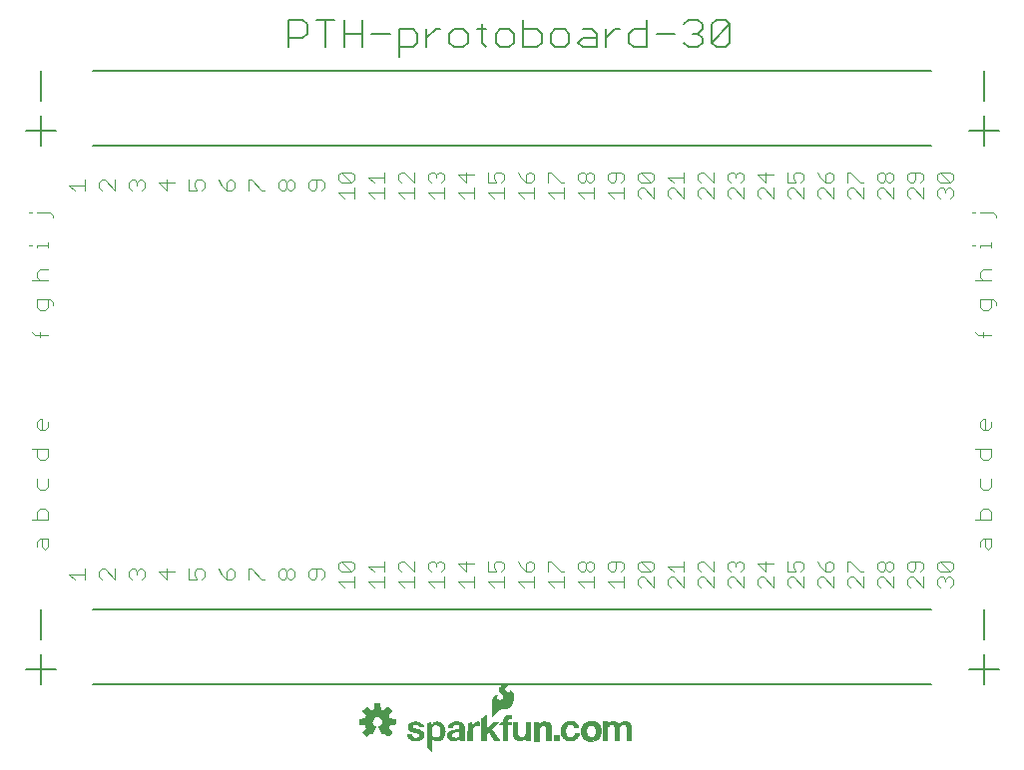
<source format=gbr>
G04 EAGLE Gerber RS-274X export*
G75*
%MOMM*%
%FSLAX34Y34*%
%LPD*%
%INSilkscreen Top*%
%IPPOS*%
%AMOC8*
5,1,8,0,0,1.08239X$1,22.5*%
G01*
%ADD10C,0.203200*%
%ADD11C,0.101600*%
%ADD12C,0.025400*%
%ADD13R,0.495300X0.485100*%

G36*
X364920Y12846D02*
X364920Y12846D01*
X365028Y12856D01*
X365041Y12862D01*
X365055Y12864D01*
X365152Y12912D01*
X365251Y12957D01*
X365264Y12968D01*
X365273Y12972D01*
X365288Y12988D01*
X365365Y13050D01*
X367950Y15635D01*
X368013Y15724D01*
X368079Y15809D01*
X368084Y15822D01*
X368092Y15834D01*
X368123Y15937D01*
X368159Y16040D01*
X368159Y16054D01*
X368163Y16067D01*
X368159Y16175D01*
X368160Y16284D01*
X368155Y16297D01*
X368155Y16311D01*
X368117Y16413D01*
X368082Y16515D01*
X368073Y16530D01*
X368069Y16539D01*
X368055Y16556D01*
X368001Y16638D01*
X365237Y20028D01*
X365794Y21110D01*
X365800Y21130D01*
X365842Y21225D01*
X366213Y22384D01*
X370564Y22827D01*
X370668Y22855D01*
X370774Y22880D01*
X370786Y22887D01*
X370799Y22890D01*
X370889Y22951D01*
X370982Y23008D01*
X370990Y23019D01*
X371002Y23027D01*
X371068Y23113D01*
X371137Y23197D01*
X371141Y23210D01*
X371150Y23221D01*
X371184Y23324D01*
X371223Y23425D01*
X371224Y23443D01*
X371228Y23452D01*
X371228Y23474D01*
X371237Y23572D01*
X371237Y27228D01*
X371220Y27335D01*
X371206Y27443D01*
X371200Y27455D01*
X371198Y27469D01*
X371146Y27565D01*
X371099Y27662D01*
X371089Y27672D01*
X371083Y27684D01*
X371003Y27758D01*
X370927Y27835D01*
X370915Y27841D01*
X370905Y27851D01*
X370806Y27896D01*
X370709Y27944D01*
X370691Y27948D01*
X370682Y27952D01*
X370661Y27954D01*
X370564Y27973D01*
X366213Y28416D01*
X365842Y29575D01*
X365833Y29592D01*
X365831Y29600D01*
X365827Y29607D01*
X365794Y29690D01*
X365237Y30772D01*
X368001Y34162D01*
X368055Y34256D01*
X368112Y34348D01*
X368115Y34361D01*
X368122Y34373D01*
X368143Y34480D01*
X368168Y34585D01*
X368166Y34599D01*
X368169Y34613D01*
X368154Y34720D01*
X368144Y34828D01*
X368138Y34841D01*
X368136Y34855D01*
X368088Y34952D01*
X368043Y35051D01*
X368032Y35064D01*
X368028Y35073D01*
X368012Y35088D01*
X367950Y35165D01*
X365365Y37750D01*
X365276Y37813D01*
X365191Y37879D01*
X365178Y37884D01*
X365166Y37892D01*
X365063Y37923D01*
X364960Y37959D01*
X364946Y37959D01*
X364933Y37963D01*
X364825Y37959D01*
X364716Y37960D01*
X364703Y37955D01*
X364689Y37955D01*
X364587Y37917D01*
X364485Y37882D01*
X364470Y37873D01*
X364461Y37869D01*
X364444Y37855D01*
X364362Y37801D01*
X360972Y35037D01*
X359890Y35594D01*
X359870Y35600D01*
X359775Y35642D01*
X358616Y36013D01*
X358173Y40364D01*
X358145Y40468D01*
X358120Y40574D01*
X358113Y40586D01*
X358110Y40599D01*
X358049Y40689D01*
X357992Y40782D01*
X357981Y40790D01*
X357973Y40802D01*
X357887Y40868D01*
X357803Y40937D01*
X357790Y40941D01*
X357779Y40950D01*
X357676Y40984D01*
X357575Y41023D01*
X357557Y41024D01*
X357548Y41028D01*
X357526Y41028D01*
X357428Y41037D01*
X353772Y41037D01*
X353665Y41020D01*
X353557Y41006D01*
X353545Y41000D01*
X353531Y40998D01*
X353435Y40946D01*
X353338Y40899D01*
X353328Y40889D01*
X353316Y40883D01*
X353242Y40803D01*
X353165Y40727D01*
X353159Y40715D01*
X353149Y40705D01*
X353104Y40606D01*
X353056Y40509D01*
X353052Y40491D01*
X353048Y40482D01*
X353046Y40461D01*
X353027Y40364D01*
X352584Y36013D01*
X351425Y35642D01*
X351407Y35632D01*
X351310Y35594D01*
X350228Y35037D01*
X346838Y37801D01*
X346744Y37855D01*
X346652Y37912D01*
X346639Y37915D01*
X346627Y37922D01*
X346520Y37943D01*
X346415Y37968D01*
X346401Y37966D01*
X346387Y37969D01*
X346280Y37954D01*
X346172Y37944D01*
X346159Y37938D01*
X346146Y37936D01*
X346048Y37888D01*
X345949Y37843D01*
X345936Y37832D01*
X345927Y37828D01*
X345912Y37812D01*
X345835Y37750D01*
X343250Y35165D01*
X343187Y35076D01*
X343121Y34991D01*
X343116Y34978D01*
X343108Y34966D01*
X343077Y34863D01*
X343041Y34760D01*
X343041Y34746D01*
X343037Y34733D01*
X343041Y34625D01*
X343040Y34516D01*
X343045Y34503D01*
X343045Y34489D01*
X343083Y34387D01*
X343118Y34285D01*
X343127Y34270D01*
X343131Y34261D01*
X343145Y34244D01*
X343199Y34162D01*
X345963Y30772D01*
X345406Y29690D01*
X345400Y29670D01*
X345358Y29575D01*
X344987Y28416D01*
X340636Y27973D01*
X340532Y27945D01*
X340426Y27920D01*
X340414Y27913D01*
X340401Y27910D01*
X340311Y27849D01*
X340218Y27792D01*
X340210Y27781D01*
X340198Y27773D01*
X340132Y27687D01*
X340064Y27603D01*
X340059Y27590D01*
X340050Y27579D01*
X340016Y27476D01*
X339977Y27375D01*
X339976Y27357D01*
X339972Y27348D01*
X339973Y27326D01*
X339963Y27228D01*
X339963Y23572D01*
X339980Y23465D01*
X339994Y23357D01*
X340000Y23345D01*
X340002Y23331D01*
X340054Y23235D01*
X340101Y23138D01*
X340111Y23128D01*
X340117Y23116D01*
X340197Y23042D01*
X340273Y22965D01*
X340285Y22959D01*
X340296Y22949D01*
X340394Y22904D01*
X340491Y22856D01*
X340509Y22852D01*
X340518Y22848D01*
X340539Y22846D01*
X340636Y22827D01*
X344987Y22384D01*
X345358Y21225D01*
X345368Y21207D01*
X345406Y21110D01*
X345963Y20028D01*
X343199Y16638D01*
X343145Y16544D01*
X343088Y16452D01*
X343085Y16439D01*
X343078Y16427D01*
X343057Y16320D01*
X343032Y16215D01*
X343034Y16201D01*
X343031Y16187D01*
X343046Y16080D01*
X343056Y15972D01*
X343062Y15959D01*
X343064Y15946D01*
X343112Y15848D01*
X343157Y15749D01*
X343168Y15736D01*
X343172Y15727D01*
X343188Y15712D01*
X343250Y15635D01*
X345835Y13050D01*
X345924Y12987D01*
X346009Y12921D01*
X346022Y12916D01*
X346034Y12908D01*
X346137Y12877D01*
X346240Y12841D01*
X346254Y12841D01*
X346267Y12837D01*
X346375Y12841D01*
X346484Y12840D01*
X346497Y12845D01*
X346511Y12845D01*
X346613Y12883D01*
X346715Y12918D01*
X346730Y12927D01*
X346739Y12931D01*
X346756Y12945D01*
X346838Y12999D01*
X350228Y15763D01*
X351310Y15206D01*
X351363Y15189D01*
X351412Y15163D01*
X351478Y15152D01*
X351542Y15131D01*
X351598Y15132D01*
X351652Y15123D01*
X351719Y15134D01*
X351786Y15135D01*
X351838Y15153D01*
X351893Y15162D01*
X351953Y15194D01*
X352016Y15217D01*
X352059Y15251D01*
X352109Y15277D01*
X352155Y15326D01*
X352207Y15368D01*
X352238Y15415D01*
X352276Y15455D01*
X352332Y15560D01*
X352340Y15573D01*
X352341Y15578D01*
X352345Y15585D01*
X354498Y20782D01*
X354518Y20865D01*
X354523Y20878D01*
X354525Y20894D01*
X354550Y20980D01*
X354549Y21000D01*
X354554Y21020D01*
X354546Y21102D01*
X354548Y21121D01*
X354543Y21142D01*
X354539Y21224D01*
X354532Y21243D01*
X354530Y21263D01*
X354499Y21332D01*
X354492Y21359D01*
X354477Y21384D01*
X354450Y21452D01*
X354437Y21467D01*
X354429Y21485D01*
X354384Y21534D01*
X354364Y21566D01*
X354332Y21592D01*
X354293Y21638D01*
X354272Y21653D01*
X354262Y21663D01*
X354241Y21675D01*
X354178Y21719D01*
X354175Y21721D01*
X354174Y21721D01*
X354172Y21723D01*
X353288Y22218D01*
X352609Y22845D01*
X352095Y23614D01*
X351775Y24482D01*
X351667Y25399D01*
X351780Y26334D01*
X352111Y27215D01*
X352643Y27992D01*
X353344Y28621D01*
X354174Y29064D01*
X355086Y29298D01*
X356028Y29308D01*
X356944Y29094D01*
X357784Y28669D01*
X358498Y28056D01*
X359047Y27291D01*
X359398Y26417D01*
X359531Y25485D01*
X359439Y24548D01*
X359127Y23660D01*
X358612Y22872D01*
X357925Y22228D01*
X357026Y21722D01*
X356985Y21689D01*
X356944Y21667D01*
X356913Y21634D01*
X356865Y21599D01*
X356852Y21582D01*
X356836Y21569D01*
X356801Y21515D01*
X356777Y21489D01*
X356763Y21458D01*
X356722Y21401D01*
X356716Y21381D01*
X356705Y21363D01*
X356687Y21290D01*
X356677Y21267D01*
X356674Y21243D01*
X356651Y21168D01*
X356652Y21147D01*
X356647Y21126D01*
X356654Y21042D01*
X356653Y21024D01*
X356656Y21007D01*
X356659Y20924D01*
X356667Y20898D01*
X356668Y20883D01*
X356678Y20861D01*
X356702Y20782D01*
X357010Y20037D01*
X357011Y20037D01*
X357321Y19288D01*
X357631Y18539D01*
X357631Y18538D01*
X357942Y17790D01*
X357942Y17789D01*
X358252Y17040D01*
X358562Y16291D01*
X358563Y16291D01*
X358855Y15585D01*
X358884Y15538D01*
X358905Y15486D01*
X358948Y15435D01*
X358984Y15378D01*
X359027Y15343D01*
X359063Y15300D01*
X359120Y15266D01*
X359172Y15223D01*
X359224Y15204D01*
X359272Y15175D01*
X359338Y15161D01*
X359401Y15137D01*
X359456Y15135D01*
X359510Y15124D01*
X359577Y15131D01*
X359644Y15129D01*
X359698Y15145D01*
X359753Y15152D01*
X359864Y15196D01*
X359878Y15200D01*
X359882Y15203D01*
X359890Y15206D01*
X360972Y15763D01*
X364362Y12999D01*
X364456Y12945D01*
X364548Y12888D01*
X364561Y12885D01*
X364573Y12878D01*
X364680Y12857D01*
X364785Y12832D01*
X364799Y12834D01*
X364813Y12831D01*
X364920Y12846D01*
G37*
G36*
X453120Y28730D02*
X453120Y28730D01*
X453124Y28728D01*
X453194Y28764D01*
X453204Y28769D01*
X453205Y28770D01*
X458077Y34252D01*
X458931Y35034D01*
X459921Y35623D01*
X460272Y35750D01*
X460640Y35815D01*
X462915Y35815D01*
X462920Y35817D01*
X462926Y35815D01*
X464290Y35939D01*
X464300Y35945D01*
X464312Y35943D01*
X465631Y36311D01*
X465639Y36319D01*
X465652Y36320D01*
X466882Y36920D01*
X466889Y36927D01*
X466900Y36930D01*
X468057Y37747D01*
X468062Y37755D01*
X468071Y37758D01*
X469102Y38730D01*
X469105Y38738D01*
X469111Y38740D01*
X469111Y38742D01*
X469114Y38743D01*
X469999Y39850D01*
X470001Y39860D01*
X470010Y39867D01*
X470957Y41548D01*
X470958Y41559D01*
X470966Y41569D01*
X471594Y43393D01*
X471593Y43404D01*
X471600Y43415D01*
X471888Y45322D01*
X471885Y45333D01*
X471890Y45345D01*
X471888Y45397D01*
X471880Y45649D01*
X471876Y45775D01*
X471876Y45776D01*
X471868Y46028D01*
X471860Y46281D01*
X471856Y46407D01*
X471848Y46659D01*
X471837Y47038D01*
X471829Y47273D01*
X471825Y47282D01*
X471827Y47294D01*
X471620Y48333D01*
X471615Y48341D01*
X471615Y48352D01*
X471257Y49349D01*
X471251Y49356D01*
X471250Y49367D01*
X470748Y50301D01*
X470739Y50308D01*
X470736Y50320D01*
X469829Y51457D01*
X469818Y51463D01*
X469811Y51476D01*
X468685Y52397D01*
X468642Y52409D01*
X468601Y52425D01*
X468596Y52423D01*
X468590Y52424D01*
X468552Y52403D01*
X468512Y52384D01*
X468509Y52378D01*
X468505Y52376D01*
X468497Y52347D01*
X468479Y52299D01*
X468479Y51419D01*
X468463Y51299D01*
X468419Y51196D01*
X468145Y50857D01*
X467784Y50608D01*
X467610Y50543D01*
X467072Y50485D01*
X466542Y50583D01*
X466054Y50832D01*
X465152Y51483D01*
X464740Y51837D01*
X464389Y52247D01*
X464106Y52705D01*
X463900Y53199D01*
X463841Y53499D01*
X463853Y53802D01*
X464010Y54321D01*
X464296Y54781D01*
X464691Y55151D01*
X465172Y55406D01*
X465662Y55545D01*
X466173Y55602D01*
X466776Y55602D01*
X466777Y55602D01*
X466799Y55611D01*
X466867Y55640D01*
X466902Y55732D01*
X466898Y55741D01*
X466864Y55817D01*
X466862Y55820D01*
X466861Y55821D01*
X466860Y55822D01*
X466839Y55842D01*
X466832Y55845D01*
X466828Y55853D01*
X466393Y56191D01*
X466378Y56195D01*
X466366Y56207D01*
X465862Y56428D01*
X465861Y56428D01*
X465505Y56580D01*
X465277Y56681D01*
X465267Y56682D01*
X465257Y56688D01*
X464379Y56908D01*
X464370Y56907D01*
X464360Y56911D01*
X463460Y56997D01*
X463450Y56993D01*
X463438Y56997D01*
X462570Y56931D01*
X462559Y56925D01*
X462546Y56926D01*
X461706Y56695D01*
X461696Y56687D01*
X461683Y56686D01*
X460903Y56298D01*
X460896Y56290D01*
X460885Y56287D01*
X460108Y55727D01*
X460104Y55720D01*
X460095Y55716D01*
X459399Y55058D01*
X459394Y55047D01*
X459383Y55039D01*
X458952Y54436D01*
X458949Y54421D01*
X458937Y54408D01*
X458670Y53716D01*
X458670Y53700D01*
X458662Y53685D01*
X458575Y52948D01*
X458580Y52933D01*
X458576Y52916D01*
X458675Y52181D01*
X458683Y52168D01*
X458683Y52151D01*
X458963Y51463D01*
X458972Y51454D01*
X458975Y51440D01*
X460162Y49682D01*
X460170Y49677D01*
X460174Y49666D01*
X461627Y48125D01*
X461997Y47690D01*
X462237Y47187D01*
X462339Y46639D01*
X462296Y46083D01*
X462110Y45558D01*
X461795Y45098D01*
X461370Y44733D01*
X460827Y44440D01*
X460241Y44242D01*
X459631Y44145D01*
X458920Y44180D01*
X458242Y44387D01*
X457636Y44752D01*
X457323Y45080D01*
X457117Y45484D01*
X457024Y45900D01*
X457024Y46328D01*
X457117Y46743D01*
X457189Y46881D01*
X457307Y46995D01*
X458131Y47594D01*
X458264Y47665D01*
X458402Y47693D01*
X458560Y47677D01*
X458603Y47691D01*
X458648Y47702D01*
X458650Y47706D01*
X458654Y47707D01*
X458674Y47748D01*
X458697Y47787D01*
X458696Y47791D01*
X458698Y47795D01*
X458683Y47838D01*
X458670Y47882D01*
X458667Y47884D01*
X458666Y47888D01*
X458628Y47907D01*
X458592Y47928D01*
X458109Y48004D01*
X458104Y48003D01*
X458099Y48005D01*
X457159Y48078D01*
X457150Y48075D01*
X457139Y48078D01*
X456199Y48005D01*
X456189Y48000D01*
X456177Y48001D01*
X455478Y47817D01*
X455468Y47809D01*
X455454Y47808D01*
X454806Y47487D01*
X454798Y47478D01*
X454784Y47474D01*
X454214Y47029D01*
X454208Y47018D01*
X454196Y47012D01*
X453726Y46462D01*
X453722Y46450D01*
X453711Y46441D01*
X453310Y45709D01*
X453309Y45696D01*
X453300Y45685D01*
X453060Y44886D01*
X453061Y44873D01*
X453055Y44860D01*
X452985Y44029D01*
X452987Y44023D01*
X452985Y44018D01*
X452985Y28854D01*
X452987Y28849D01*
X452985Y28845D01*
X453006Y28805D01*
X453023Y28763D01*
X453028Y28762D01*
X453030Y28757D01*
X453073Y28744D01*
X453115Y28728D01*
X453120Y28730D01*
G37*
G36*
X401707Y53D02*
X401707Y53D01*
X401710Y52D01*
X401752Y73D01*
X401794Y93D01*
X401795Y95D01*
X401797Y96D01*
X401804Y118D01*
X401827Y178D01*
X401827Y11282D01*
X401828Y11280D01*
X402348Y10564D01*
X402359Y10557D01*
X402366Y10544D01*
X403026Y9954D01*
X403038Y9950D01*
X403048Y9939D01*
X403817Y9502D01*
X403830Y9500D01*
X403842Y9491D01*
X404686Y9227D01*
X404697Y9228D01*
X404708Y9222D01*
X405925Y9067D01*
X405934Y9069D01*
X405943Y9066D01*
X407170Y9083D01*
X407178Y9086D01*
X407188Y9084D01*
X408400Y9273D01*
X408409Y9278D01*
X408420Y9278D01*
X409339Y9572D01*
X409347Y9579D01*
X409359Y9581D01*
X410215Y10027D01*
X410221Y10035D01*
X410233Y10038D01*
X411001Y10623D01*
X411006Y10632D01*
X411017Y10637D01*
X411674Y11344D01*
X411678Y11354D01*
X411688Y11361D01*
X412460Y12546D01*
X412462Y12556D01*
X412470Y12565D01*
X413026Y13865D01*
X413026Y13876D01*
X413033Y13886D01*
X413356Y15262D01*
X413354Y15273D01*
X413359Y15284D01*
X413477Y17499D01*
X413473Y17510D01*
X413476Y17522D01*
X413193Y19722D01*
X413188Y19732D01*
X413188Y19744D01*
X412514Y21857D01*
X412506Y21867D01*
X412504Y21880D01*
X411925Y22921D01*
X411914Y22929D01*
X411909Y22943D01*
X411117Y23833D01*
X411108Y23838D01*
X411101Y23848D01*
X410277Y24501D01*
X410269Y24503D01*
X410263Y24510D01*
X409361Y25051D01*
X409351Y25053D01*
X409342Y25061D01*
X408318Y25461D01*
X408305Y25461D01*
X408293Y25468D01*
X407208Y25651D01*
X407197Y25649D01*
X407185Y25653D01*
X405204Y25628D01*
X405193Y25623D01*
X405180Y25626D01*
X404698Y25524D01*
X404689Y25517D01*
X404677Y25517D01*
X403356Y24984D01*
X403349Y24977D01*
X403339Y24976D01*
X402945Y24743D01*
X402938Y24734D01*
X402926Y24729D01*
X402583Y24428D01*
X402580Y24422D01*
X402573Y24419D01*
X401684Y23454D01*
X401684Y23453D01*
X401683Y23452D01*
X401549Y23303D01*
X401573Y25220D01*
X401567Y25235D01*
X401570Y25249D01*
X401550Y25278D01*
X401536Y25312D01*
X401522Y25317D01*
X401513Y25330D01*
X401472Y25337D01*
X401445Y25348D01*
X401435Y25344D01*
X401424Y25346D01*
X397538Y24610D01*
X397504Y24588D01*
X397468Y24571D01*
X397464Y24561D01*
X397456Y24555D01*
X397450Y24526D01*
X397435Y24486D01*
X397435Y3912D01*
X397437Y3906D01*
X397435Y3899D01*
X397464Y3842D01*
X397473Y3821D01*
X397475Y3820D01*
X397476Y3818D01*
X401616Y84D01*
X401661Y69D01*
X401705Y52D01*
X401707Y53D01*
G37*
G36*
X561215Y9400D02*
X561215Y9400D01*
X561217Y9399D01*
X561260Y9419D01*
X561304Y9437D01*
X561304Y9439D01*
X561306Y9440D01*
X561339Y9525D01*
X561339Y19046D01*
X561414Y20149D01*
X561563Y20788D01*
X561836Y21383D01*
X562221Y21911D01*
X562539Y22197D01*
X562912Y22407D01*
X563321Y22533D01*
X564224Y22625D01*
X565128Y22557D01*
X565576Y22429D01*
X565982Y22203D01*
X566142Y22057D01*
X566325Y21890D01*
X566586Y21506D01*
X566898Y20684D01*
X567005Y19804D01*
X567005Y9525D01*
X567006Y9523D01*
X567005Y9521D01*
X567025Y9478D01*
X567043Y9434D01*
X567045Y9434D01*
X567046Y9432D01*
X567131Y9399D01*
X571373Y9399D01*
X571375Y9400D01*
X571377Y9399D01*
X571420Y9419D01*
X571464Y9437D01*
X571464Y9439D01*
X571466Y9440D01*
X571499Y9525D01*
X571499Y21107D01*
X571496Y21116D01*
X571498Y21126D01*
X571329Y22222D01*
X571323Y22233D01*
X571323Y22247D01*
X570937Y23286D01*
X570928Y23295D01*
X570925Y23309D01*
X570337Y24248D01*
X570326Y24256D01*
X570321Y24269D01*
X569675Y24933D01*
X569663Y24938D01*
X569654Y24951D01*
X568880Y25458D01*
X568866Y25460D01*
X568855Y25471D01*
X567989Y25797D01*
X567978Y25797D01*
X567968Y25803D01*
X566708Y26052D01*
X566702Y26050D01*
X566694Y26054D01*
X565415Y26161D01*
X565405Y26158D01*
X565395Y26161D01*
X564501Y26100D01*
X564491Y26094D01*
X564477Y26096D01*
X563612Y25864D01*
X563602Y25857D01*
X563589Y25856D01*
X562784Y25462D01*
X562777Y25455D01*
X562765Y25452D01*
X561876Y24814D01*
X561872Y24806D01*
X561862Y24802D01*
X561074Y24043D01*
X561073Y24040D01*
X561070Y24039D01*
X560615Y23558D01*
X560573Y23516D01*
X560193Y24174D01*
X560183Y24181D01*
X560179Y24194D01*
X559597Y24863D01*
X559586Y24868D01*
X559579Y24880D01*
X558881Y25426D01*
X558869Y25429D01*
X558860Y25439D01*
X558070Y25842D01*
X558058Y25843D01*
X558047Y25852D01*
X557124Y26112D01*
X557112Y26111D01*
X557099Y26117D01*
X556142Y26186D01*
X556132Y26183D01*
X556121Y26186D01*
X554749Y26059D01*
X554742Y26055D01*
X554732Y26056D01*
X553640Y25802D01*
X553630Y25795D01*
X553617Y25794D01*
X552727Y25390D01*
X552717Y25378D01*
X552701Y25373D01*
X551939Y24761D01*
X551935Y24754D01*
X551927Y24751D01*
X551817Y24637D01*
X551695Y24510D01*
X551694Y24510D01*
X551572Y24384D01*
X551450Y24258D01*
X551328Y24132D01*
X551206Y24005D01*
X551205Y24005D01*
X551165Y23964D01*
X551163Y23957D01*
X551156Y23953D01*
X550854Y23557D01*
X550823Y23550D01*
X550823Y25603D01*
X550822Y25605D01*
X550823Y25607D01*
X550803Y25650D01*
X550785Y25694D01*
X550783Y25694D01*
X550782Y25696D01*
X550697Y25729D01*
X546710Y25729D01*
X546708Y25728D01*
X546706Y25729D01*
X546663Y25709D01*
X546619Y25691D01*
X546619Y25689D01*
X546617Y25688D01*
X546584Y25603D01*
X546584Y9550D01*
X546585Y9548D01*
X546584Y9546D01*
X546604Y9503D01*
X546622Y9459D01*
X546624Y9459D01*
X546625Y9457D01*
X546710Y9424D01*
X551028Y9424D01*
X551030Y9425D01*
X551032Y9424D01*
X551075Y9444D01*
X551119Y9462D01*
X551119Y9464D01*
X551121Y9465D01*
X551154Y9550D01*
X551154Y19355D01*
X551153Y19358D01*
X551154Y19361D01*
X551124Y19983D01*
X551256Y20574D01*
X551539Y21112D01*
X552359Y22056D01*
X552713Y22322D01*
X553117Y22500D01*
X553557Y22582D01*
X554405Y22632D01*
X554882Y22600D01*
X555333Y22464D01*
X555741Y22231D01*
X556088Y21913D01*
X556458Y21366D01*
X556689Y20747D01*
X556769Y20084D01*
X556769Y9525D01*
X556770Y9523D01*
X556769Y9521D01*
X556789Y9478D01*
X556807Y9434D01*
X556809Y9434D01*
X556810Y9432D01*
X556895Y9399D01*
X561213Y9399D01*
X561215Y9400D01*
G37*
G36*
X420894Y9035D02*
X420894Y9035D01*
X420905Y9032D01*
X422523Y9273D01*
X422532Y9279D01*
X422545Y9278D01*
X423580Y9631D01*
X423589Y9638D01*
X423601Y9640D01*
X424552Y10180D01*
X424560Y10189D01*
X424572Y10194D01*
X425399Y10897D01*
X425423Y10913D01*
X425432Y10914D01*
X425440Y10912D01*
X425447Y10906D01*
X425456Y10883D01*
X425683Y9854D01*
X425685Y9851D01*
X425684Y9848D01*
X425760Y9568D01*
X425771Y9554D01*
X425775Y9535D01*
X425796Y9499D01*
X425820Y9482D01*
X425847Y9453D01*
X425884Y9434D01*
X425914Y9432D01*
X425952Y9421D01*
X425988Y9424D01*
X430022Y9424D01*
X430045Y9433D01*
X430070Y9433D01*
X430088Y9452D01*
X430113Y9462D01*
X430122Y9485D01*
X430139Y9503D01*
X430140Y9532D01*
X430148Y9554D01*
X430140Y9572D01*
X430140Y9594D01*
X430066Y9793D01*
X429717Y11088D01*
X429615Y12425D01*
X429640Y16763D01*
X429639Y16766D01*
X429640Y16768D01*
X429620Y16811D01*
X429607Y16844D01*
X429615Y16866D01*
X429615Y21692D01*
X429612Y21699D01*
X429614Y21708D01*
X429523Y22443D01*
X429516Y22456D01*
X429516Y22473D01*
X429249Y23164D01*
X429238Y23174D01*
X429234Y23191D01*
X428807Y23796D01*
X428794Y23804D01*
X428786Y23819D01*
X428224Y24302D01*
X428211Y24306D01*
X428201Y24317D01*
X426898Y25011D01*
X426886Y25012D01*
X426875Y25020D01*
X425461Y25445D01*
X425451Y25444D01*
X425442Y25449D01*
X423703Y25679D01*
X423695Y25677D01*
X423687Y25680D01*
X421933Y25688D01*
X421926Y25685D01*
X421917Y25688D01*
X420177Y25474D01*
X420169Y25470D01*
X420159Y25471D01*
X418930Y25137D01*
X418922Y25130D01*
X418911Y25130D01*
X417753Y24601D01*
X417745Y24592D01*
X417732Y24589D01*
X416915Y24015D01*
X416908Y24004D01*
X416895Y23998D01*
X416212Y23268D01*
X416209Y23259D01*
X416207Y23259D01*
X416205Y23254D01*
X416196Y23247D01*
X415677Y22394D01*
X415675Y22381D01*
X415665Y22370D01*
X415331Y21429D01*
X415332Y21416D01*
X415325Y21403D01*
X415203Y20512D01*
X415200Y20510D01*
X415199Y20510D01*
X415180Y20461D01*
X415164Y20418D01*
X415166Y20413D01*
X415199Y20335D01*
X415224Y20309D01*
X415264Y20291D01*
X415302Y20270D01*
X415308Y20272D01*
X415315Y20270D01*
X415355Y20287D01*
X415385Y20296D01*
X419532Y20296D01*
X419534Y20297D01*
X419536Y20296D01*
X419579Y20316D01*
X419623Y20334D01*
X419623Y20336D01*
X419625Y20337D01*
X419658Y20422D01*
X419658Y20465D01*
X419721Y20996D01*
X419905Y21491D01*
X420200Y21929D01*
X420590Y22285D01*
X421054Y22540D01*
X421615Y22705D01*
X422202Y22759D01*
X423557Y22709D01*
X423926Y22648D01*
X424272Y22520D01*
X424586Y22327D01*
X424839Y22093D01*
X425038Y21814D01*
X425177Y21500D01*
X425288Y20979D01*
X425288Y20448D01*
X425177Y19927D01*
X425135Y19830D01*
X425075Y19743D01*
X424791Y19482D01*
X424363Y19236D01*
X423894Y19071D01*
X422588Y18845D01*
X420382Y18617D01*
X420378Y18614D01*
X420373Y18615D01*
X418836Y18337D01*
X418828Y18333D01*
X418819Y18333D01*
X417334Y17849D01*
X417326Y17842D01*
X417314Y17841D01*
X416618Y17475D01*
X416610Y17465D01*
X416597Y17461D01*
X415987Y16963D01*
X415981Y16952D01*
X415971Y16946D01*
X415970Y16946D01*
X415969Y16945D01*
X415471Y16336D01*
X415467Y16323D01*
X415456Y16312D01*
X415027Y15450D01*
X415026Y15435D01*
X415017Y15421D01*
X414811Y14480D01*
X414813Y14467D01*
X414808Y14453D01*
X414805Y13392D01*
X414810Y13382D01*
X414807Y13369D01*
X414996Y12325D01*
X415002Y12316D01*
X415002Y12303D01*
X415375Y11310D01*
X415383Y11301D01*
X415385Y11289D01*
X415677Y10806D01*
X415686Y10799D01*
X415691Y10787D01*
X416068Y10367D01*
X416079Y10362D01*
X416086Y10351D01*
X416534Y10009D01*
X416547Y10005D01*
X416557Y9995D01*
X417826Y9389D01*
X417839Y9389D01*
X417852Y9380D01*
X419224Y9072D01*
X419236Y9074D01*
X419249Y9069D01*
X420884Y9031D01*
X420894Y9035D01*
G37*
G36*
X448261Y9298D02*
X448261Y9298D01*
X448263Y9297D01*
X448306Y9317D01*
X448350Y9335D01*
X448350Y9337D01*
X448352Y9338D01*
X448385Y9423D01*
X448385Y14831D01*
X450040Y16438D01*
X454273Y9460D01*
X454288Y9449D01*
X454296Y9432D01*
X454330Y9419D01*
X454353Y9402D01*
X454366Y9404D01*
X454380Y9399D01*
X459460Y9374D01*
X459496Y9389D01*
X459534Y9397D01*
X459540Y9407D01*
X459551Y9412D01*
X459566Y9448D01*
X459586Y9481D01*
X459583Y9493D01*
X459587Y9503D01*
X459575Y9531D01*
X459566Y9570D01*
X452969Y19465D01*
X458660Y25031D01*
X458661Y25032D01*
X458663Y25033D01*
X458680Y25078D01*
X458698Y25122D01*
X458698Y25123D01*
X458698Y25125D01*
X458678Y25168D01*
X458659Y25212D01*
X458658Y25213D01*
X458657Y25214D01*
X458572Y25247D01*
X453898Y25247D01*
X453895Y25246D01*
X453892Y25247D01*
X453809Y25210D01*
X448334Y19736D01*
X448334Y31166D01*
X448321Y31198D01*
X448316Y31232D01*
X448302Y31242D01*
X448296Y31257D01*
X448264Y31269D01*
X448235Y31289D01*
X448218Y31287D01*
X448204Y31292D01*
X448179Y31281D01*
X448145Y31276D01*
X444005Y28914D01*
X443993Y28897D01*
X443975Y28889D01*
X443962Y28857D01*
X443946Y28835D01*
X443948Y28820D01*
X443942Y28804D01*
X443942Y9474D01*
X443943Y9471D01*
X443942Y9468D01*
X443979Y9385D01*
X444030Y9334D01*
X444033Y9333D01*
X444034Y9330D01*
X444119Y9297D01*
X448259Y9297D01*
X448261Y9298D01*
G37*
G36*
X477188Y9023D02*
X477188Y9023D01*
X477195Y9026D01*
X477204Y9025D01*
X478682Y9248D01*
X478690Y9253D01*
X478700Y9252D01*
X478962Y9333D01*
X478970Y9339D01*
X478982Y9341D01*
X479227Y9463D01*
X479234Y9470D01*
X479244Y9473D01*
X480174Y10132D01*
X480179Y10140D01*
X480188Y10143D01*
X481015Y10928D01*
X481018Y10936D01*
X481027Y10941D01*
X481534Y11582D01*
X481534Y9525D01*
X481535Y9523D01*
X481534Y9521D01*
X481554Y9478D01*
X481572Y9434D01*
X481574Y9434D01*
X481575Y9432D01*
X481660Y9399D01*
X485673Y9399D01*
X485675Y9400D01*
X485677Y9399D01*
X485720Y9419D01*
X485764Y9437D01*
X485764Y9439D01*
X485766Y9440D01*
X485799Y9525D01*
X485799Y25146D01*
X485798Y25148D01*
X485799Y25150D01*
X485779Y25193D01*
X485761Y25237D01*
X485759Y25237D01*
X485758Y25239D01*
X485673Y25272D01*
X481457Y25272D01*
X481455Y25271D01*
X481453Y25272D01*
X481410Y25252D01*
X481366Y25234D01*
X481366Y25232D01*
X481364Y25231D01*
X481331Y25146D01*
X481331Y16844D01*
X481255Y15614D01*
X481030Y14410D01*
X480821Y13860D01*
X480494Y13375D01*
X480063Y12978D01*
X479553Y12690D01*
X478862Y12478D01*
X478141Y12411D01*
X477422Y12491D01*
X476733Y12714D01*
X476338Y12939D01*
X475997Y13240D01*
X475725Y13602D01*
X475382Y14370D01*
X475233Y15200D01*
X475233Y25197D01*
X475232Y25199D01*
X475233Y25201D01*
X475213Y25244D01*
X475195Y25288D01*
X475193Y25288D01*
X475192Y25290D01*
X475107Y25323D01*
X470967Y25323D01*
X470965Y25322D01*
X470963Y25323D01*
X470920Y25303D01*
X470876Y25285D01*
X470876Y25283D01*
X470874Y25282D01*
X470841Y25197D01*
X470841Y14402D01*
X470843Y14397D01*
X470841Y14390D01*
X470942Y13291D01*
X470947Y13282D01*
X470947Y13281D01*
X470948Y13279D01*
X470946Y13268D01*
X471246Y12205D01*
X471253Y12196D01*
X471254Y12183D01*
X471742Y11193D01*
X471751Y11185D01*
X471755Y11173D01*
X472415Y10288D01*
X472425Y10281D01*
X472432Y10269D01*
X472686Y10041D01*
X472694Y10038D01*
X472695Y10036D01*
X472700Y10034D01*
X472706Y10026D01*
X473608Y9500D01*
X473620Y9499D01*
X473630Y9490D01*
X474616Y9147D01*
X474628Y9148D01*
X474640Y9141D01*
X475673Y8994D01*
X475683Y8997D01*
X475694Y8993D01*
X477188Y9023D01*
G37*
G36*
X492381Y9324D02*
X492381Y9324D01*
X492383Y9323D01*
X492426Y9343D01*
X492470Y9361D01*
X492470Y9363D01*
X492472Y9364D01*
X492505Y9449D01*
X492505Y18815D01*
X492586Y19598D01*
X492802Y20348D01*
X493165Y21027D01*
X493682Y21596D01*
X494139Y21910D01*
X494655Y22114D01*
X495211Y22201D01*
X496316Y22251D01*
X496632Y22234D01*
X496932Y22157D01*
X497367Y21940D01*
X497741Y21631D01*
X498037Y21244D01*
X498347Y20602D01*
X498538Y19914D01*
X498603Y19196D01*
X498603Y9550D01*
X498604Y9548D01*
X498603Y9546D01*
X498623Y9503D01*
X498641Y9459D01*
X498643Y9459D01*
X498644Y9457D01*
X498729Y9424D01*
X502818Y9424D01*
X502820Y9425D01*
X502822Y9424D01*
X502865Y9444D01*
X502909Y9462D01*
X502909Y9464D01*
X502911Y9465D01*
X502944Y9550D01*
X502944Y20091D01*
X502942Y20096D01*
X502944Y20101D01*
X502854Y21230D01*
X502850Y21238D01*
X502851Y21247D01*
X502611Y22354D01*
X502606Y22362D01*
X502606Y22372D01*
X502337Y23077D01*
X502329Y23085D01*
X502327Y23097D01*
X501943Y23746D01*
X501934Y23752D01*
X501930Y23764D01*
X501441Y24339D01*
X501430Y24344D01*
X501423Y24356D01*
X500638Y24974D01*
X500625Y24977D01*
X500614Y24989D01*
X499709Y25411D01*
X499695Y25412D01*
X499681Y25420D01*
X498704Y25626D01*
X498693Y25623D01*
X498681Y25628D01*
X496675Y25678D01*
X496665Y25674D01*
X496654Y25677D01*
X495602Y25522D01*
X495591Y25515D01*
X495577Y25515D01*
X494580Y25146D01*
X494570Y25137D01*
X494556Y25134D01*
X493658Y24567D01*
X493651Y24558D01*
X493640Y24554D01*
X493179Y24138D01*
X493176Y24130D01*
X493168Y24126D01*
X492766Y23653D01*
X492764Y23648D01*
X492760Y23646D01*
X492483Y23268D01*
X492369Y23132D01*
X492327Y23103D01*
X492327Y25171D01*
X492326Y25173D01*
X492327Y25175D01*
X492307Y25218D01*
X492289Y25262D01*
X492287Y25262D01*
X492286Y25264D01*
X492201Y25297D01*
X488163Y25297D01*
X488161Y25296D01*
X488159Y25297D01*
X488116Y25277D01*
X488072Y25259D01*
X488072Y25257D01*
X488070Y25256D01*
X488037Y25171D01*
X488037Y9449D01*
X488038Y9447D01*
X488037Y9445D01*
X488057Y9402D01*
X488075Y9358D01*
X488077Y9358D01*
X488078Y9356D01*
X488163Y9323D01*
X492379Y9323D01*
X492381Y9324D01*
G37*
G36*
X538976Y9501D02*
X538976Y9501D01*
X538988Y9508D01*
X539004Y9508D01*
X540858Y10143D01*
X540871Y10154D01*
X540890Y10159D01*
X542007Y10946D01*
X542012Y10954D01*
X542021Y10958D01*
X543215Y12101D01*
X543221Y12115D01*
X543235Y12125D01*
X544048Y13420D01*
X544051Y13437D01*
X544063Y13453D01*
X544749Y15917D01*
X544747Y15927D01*
X544752Y15936D01*
X545006Y18044D01*
X545002Y18059D01*
X545006Y18075D01*
X544726Y20260D01*
X544717Y20275D01*
X544716Y20295D01*
X543675Y22632D01*
X543662Y22644D01*
X543656Y22663D01*
X542564Y23933D01*
X542550Y23940D01*
X542540Y23955D01*
X540559Y25326D01*
X540543Y25329D01*
X540528Y25341D01*
X538902Y25900D01*
X538889Y25900D01*
X538877Y25906D01*
X536870Y26160D01*
X536861Y26158D01*
X536852Y26161D01*
X536815Y26145D01*
X536775Y26134D01*
X536771Y26125D01*
X536762Y26121D01*
X536742Y26072D01*
X536728Y26047D01*
X536730Y26042D01*
X536728Y26037D01*
X536678Y23065D01*
X536679Y23062D01*
X536678Y23059D01*
X536697Y23017D01*
X536715Y22974D01*
X536718Y22973D01*
X536719Y22970D01*
X536804Y22937D01*
X536900Y22937D01*
X538087Y22838D01*
X539040Y22325D01*
X539874Y21516D01*
X540618Y19904D01*
X540869Y17975D01*
X540869Y16550D01*
X540494Y15002D01*
X539951Y13792D01*
X538872Y12811D01*
X537121Y12219D01*
X535373Y12441D01*
X533725Y13449D01*
X533187Y14476D01*
X532813Y15625D01*
X532638Y16873D01*
X532688Y18732D01*
X532962Y20206D01*
X533358Y21095D01*
X534146Y22179D01*
X535294Y22814D01*
X536389Y22964D01*
X536426Y22986D01*
X536465Y23004D01*
X536468Y23011D01*
X536474Y23014D01*
X536481Y23044D01*
X536498Y23089D01*
X536498Y26010D01*
X536487Y26037D01*
X536485Y26066D01*
X536468Y26082D01*
X536460Y26101D01*
X536438Y26109D01*
X536418Y26127D01*
X536291Y26177D01*
X536269Y26177D01*
X536245Y26186D01*
X536194Y26186D01*
X536187Y26183D01*
X536179Y26185D01*
X534706Y26008D01*
X534688Y25998D01*
X534665Y25996D01*
X531287Y24319D01*
X531270Y24300D01*
X531244Y24284D01*
X529110Y21566D01*
X529103Y21542D01*
X529086Y21516D01*
X528273Y17960D01*
X528277Y17938D01*
X528271Y17912D01*
X528881Y14026D01*
X528894Y14006D01*
X528900Y13978D01*
X530500Y11489D01*
X530521Y11474D01*
X530539Y11450D01*
X533384Y9672D01*
X533408Y9668D01*
X533434Y9654D01*
X536431Y9248D01*
X536445Y9252D01*
X536461Y9247D01*
X538976Y9501D01*
G37*
G36*
X389799Y9090D02*
X389799Y9090D01*
X389805Y9092D01*
X389812Y9091D01*
X391126Y9273D01*
X391134Y9277D01*
X391143Y9277D01*
X392143Y9559D01*
X392152Y9566D01*
X392164Y9567D01*
X393099Y10018D01*
X393106Y10026D01*
X393118Y10029D01*
X393962Y10635D01*
X393967Y10645D01*
X393978Y10650D01*
X394704Y11393D01*
X394708Y11403D01*
X394719Y11411D01*
X395098Y11975D01*
X395100Y11986D01*
X395109Y11996D01*
X395375Y12621D01*
X395375Y12633D01*
X395383Y12644D01*
X395525Y13308D01*
X395524Y13317D01*
X395528Y13326D01*
X395604Y14367D01*
X395601Y14376D01*
X395604Y14387D01*
X395510Y15442D01*
X395503Y15455D01*
X395503Y15471D01*
X395166Y16474D01*
X395157Y16485D01*
X395154Y16500D01*
X394902Y16912D01*
X394892Y16919D01*
X394886Y16933D01*
X394554Y17283D01*
X394543Y17287D01*
X394537Y17298D01*
X393845Y17806D01*
X393837Y17808D01*
X393830Y17816D01*
X393074Y18221D01*
X393065Y18222D01*
X393058Y18228D01*
X391402Y18838D01*
X391394Y18838D01*
X391386Y18843D01*
X389663Y19224D01*
X389662Y19224D01*
X389661Y19225D01*
X387638Y19629D01*
X386886Y19901D01*
X386211Y20317D01*
X385928Y20610D01*
X385744Y20971D01*
X385679Y21340D01*
X385727Y21712D01*
X385882Y22054D01*
X386115Y22322D01*
X386416Y22517D01*
X386840Y22674D01*
X387289Y22759D01*
X388138Y22803D01*
X388985Y22759D01*
X389481Y22661D01*
X389948Y22472D01*
X390371Y22201D01*
X390646Y21937D01*
X390864Y21624D01*
X391014Y21272D01*
X391069Y21029D01*
X391085Y20769D01*
X391106Y20727D01*
X391126Y20684D01*
X391128Y20683D01*
X391129Y20681D01*
X391148Y20675D01*
X391211Y20651D01*
X395097Y20651D01*
X395106Y20654D01*
X395114Y20652D01*
X395150Y20673D01*
X395188Y20689D01*
X395191Y20698D01*
X395199Y20703D01*
X395213Y20754D01*
X395223Y20781D01*
X395221Y20785D01*
X395222Y20788D01*
X395222Y20789D01*
X395223Y20790D01*
X395147Y21501D01*
X395141Y21511D01*
X395143Y21522D01*
X395138Y21528D01*
X395138Y21535D01*
X395146Y21548D01*
X395140Y21572D01*
X395143Y21581D01*
X395139Y21589D01*
X395140Y21608D01*
X394937Y22166D01*
X394933Y22170D01*
X394933Y22175D01*
X394577Y22963D01*
X394570Y22969D01*
X394568Y22980D01*
X394282Y23422D01*
X394274Y23427D01*
X394270Y23437D01*
X393922Y23833D01*
X393912Y23837D01*
X393905Y23848D01*
X392946Y24605D01*
X392933Y24609D01*
X392923Y24619D01*
X391826Y25157D01*
X391814Y25158D01*
X391803Y25166D01*
X390452Y25534D01*
X390442Y25533D01*
X390432Y25538D01*
X389039Y25678D01*
X389033Y25676D01*
X389026Y25678D01*
X387223Y25678D01*
X387217Y25676D01*
X387209Y25678D01*
X385780Y25523D01*
X385770Y25517D01*
X385757Y25518D01*
X384379Y25107D01*
X384370Y25100D01*
X384358Y25099D01*
X383077Y24445D01*
X383069Y24436D01*
X383057Y24433D01*
X382581Y24064D01*
X382575Y24053D01*
X382563Y24047D01*
X382169Y23592D01*
X382165Y23581D01*
X382154Y23572D01*
X381855Y23050D01*
X381854Y23037D01*
X381845Y23027D01*
X381487Y21943D01*
X381488Y21931D01*
X381482Y21918D01*
X381353Y20784D01*
X381356Y20772D01*
X381353Y20758D01*
X381458Y19622D01*
X381464Y19611D01*
X381463Y19597D01*
X381615Y19108D01*
X381623Y19098D01*
X381625Y19084D01*
X381874Y18637D01*
X381885Y18629D01*
X381889Y18615D01*
X382226Y18230D01*
X382236Y18225D01*
X382242Y18214D01*
X382919Y17677D01*
X382928Y17674D01*
X382935Y17666D01*
X383686Y17239D01*
X383695Y17238D01*
X383703Y17231D01*
X384511Y16925D01*
X384519Y16925D01*
X384527Y16920D01*
X388158Y16057D01*
X389332Y15751D01*
X390439Y15281D01*
X390775Y15050D01*
X391041Y14746D01*
X391221Y14384D01*
X391306Y13989D01*
X391289Y13585D01*
X391172Y13200D01*
X390964Y12855D01*
X390676Y12571D01*
X390163Y12259D01*
X389596Y12062D01*
X388993Y11988D01*
X387663Y11988D01*
X387101Y12061D01*
X386514Y12278D01*
X385987Y12615D01*
X385545Y13058D01*
X385290Y13472D01*
X385143Y13934D01*
X385114Y14431D01*
X385114Y14478D01*
X385113Y14480D01*
X385114Y14482D01*
X385094Y14525D01*
X385076Y14569D01*
X385074Y14569D01*
X385073Y14571D01*
X384988Y14604D01*
X381127Y14604D01*
X381121Y14602D01*
X381114Y14604D01*
X381102Y14597D01*
X381088Y14598D01*
X381086Y14597D01*
X381085Y14597D01*
X381063Y14577D01*
X381036Y14566D01*
X381034Y14559D01*
X381028Y14556D01*
X381023Y14542D01*
X381013Y14533D01*
X381013Y14532D01*
X381012Y14530D01*
X381011Y14503D01*
X381009Y14496D01*
X381001Y14474D01*
X381002Y14472D01*
X381001Y14469D01*
X381026Y14113D01*
X381029Y14107D01*
X381028Y14100D01*
X381130Y13516D01*
X381135Y13508D01*
X381134Y13497D01*
X381566Y12227D01*
X381573Y12220D01*
X381574Y12210D01*
X381883Y11614D01*
X381893Y11607D01*
X381897Y11594D01*
X382317Y11070D01*
X382328Y11065D01*
X382334Y11053D01*
X382849Y10622D01*
X382857Y10620D01*
X382862Y10613D01*
X384056Y9851D01*
X384064Y9849D01*
X384071Y9842D01*
X384928Y9445D01*
X384941Y9444D01*
X384953Y9436D01*
X385874Y9224D01*
X385883Y9226D01*
X385893Y9221D01*
X388459Y9043D01*
X388466Y9045D01*
X388472Y9043D01*
X389799Y9090D01*
G37*
G36*
X519863Y9046D02*
X519863Y9046D01*
X519872Y9043D01*
X521055Y9139D01*
X521064Y9143D01*
X521075Y9142D01*
X522228Y9424D01*
X522236Y9430D01*
X522247Y9430D01*
X523340Y9892D01*
X523348Y9900D01*
X523360Y9903D01*
X524608Y10723D01*
X524615Y10734D01*
X524628Y10740D01*
X525681Y11798D01*
X525685Y11810D01*
X525697Y11818D01*
X526512Y13069D01*
X526514Y13082D01*
X526524Y13092D01*
X527066Y14483D01*
X527065Y14494D01*
X527072Y14504D01*
X527167Y14969D01*
X527165Y14978D01*
X527169Y14986D01*
X527201Y15461D01*
X527200Y15465D01*
X527201Y15469D01*
X527201Y15519D01*
X527200Y15521D01*
X527201Y15523D01*
X527181Y15566D01*
X527163Y15610D01*
X527161Y15610D01*
X527160Y15612D01*
X527075Y15645D01*
X523011Y15645D01*
X522972Y15629D01*
X522932Y15617D01*
X522927Y15610D01*
X522920Y15607D01*
X522909Y15578D01*
X522886Y15538D01*
X522782Y14862D01*
X522567Y14225D01*
X522246Y13635D01*
X521888Y13203D01*
X521445Y12858D01*
X520915Y12590D01*
X520346Y12417D01*
X519756Y12344D01*
X518955Y12385D01*
X518176Y12566D01*
X517468Y12896D01*
X516860Y13385D01*
X516385Y14004D01*
X516070Y14721D01*
X515724Y16245D01*
X515595Y17805D01*
X515688Y18946D01*
X515993Y20049D01*
X516498Y21074D01*
X517185Y21985D01*
X517532Y22275D01*
X517946Y22461D01*
X518767Y22642D01*
X519607Y22708D01*
X520439Y22625D01*
X521231Y22364D01*
X521724Y22066D01*
X522137Y21665D01*
X522448Y21180D01*
X522641Y20638D01*
X522708Y20059D01*
X522708Y20041D01*
X522709Y20039D01*
X522708Y20037D01*
X522728Y19994D01*
X522746Y19950D01*
X522748Y19950D01*
X522749Y19948D01*
X522834Y19915D01*
X527025Y19915D01*
X527039Y19921D01*
X527053Y19918D01*
X527082Y19939D01*
X527116Y19953D01*
X527121Y19967D01*
X527133Y19976D01*
X527140Y20017D01*
X527151Y20045D01*
X527147Y20054D01*
X527149Y20065D01*
X526912Y21273D01*
X526907Y21281D01*
X526907Y21292D01*
X526483Y22447D01*
X526474Y22455D01*
X526472Y22468D01*
X525832Y23535D01*
X525821Y23542D01*
X525815Y23556D01*
X524960Y24459D01*
X524947Y24465D01*
X524939Y24477D01*
X523908Y25174D01*
X523895Y25177D01*
X523884Y25187D01*
X522727Y25644D01*
X522718Y25644D01*
X522709Y25650D01*
X521298Y25969D01*
X521292Y25968D01*
X521287Y25971D01*
X519853Y26160D01*
X519844Y26158D01*
X519834Y26161D01*
X518292Y26138D01*
X518281Y26133D01*
X518267Y26135D01*
X516761Y25802D01*
X516751Y25795D01*
X516737Y25795D01*
X515346Y25183D01*
X515338Y25175D01*
X515325Y25171D01*
X514076Y24306D01*
X514069Y24296D01*
X514057Y24290D01*
X514048Y24281D01*
X513925Y24154D01*
X513802Y24028D01*
X513555Y23776D01*
X513432Y23649D01*
X513309Y23523D01*
X513186Y23397D01*
X512996Y23202D01*
X512992Y23191D01*
X512981Y23184D01*
X512147Y21913D01*
X512145Y21902D01*
X512136Y21892D01*
X511559Y20486D01*
X511559Y20474D01*
X511552Y20463D01*
X511254Y18973D01*
X511256Y18963D01*
X511252Y18952D01*
X511176Y16463D01*
X511179Y16454D01*
X511177Y16444D01*
X511322Y15228D01*
X511327Y15220D01*
X511326Y15209D01*
X511660Y14031D01*
X511666Y14023D01*
X511667Y14013D01*
X512181Y12902D01*
X512189Y12895D01*
X512191Y12884D01*
X512873Y11868D01*
X512882Y11862D01*
X512886Y11852D01*
X513657Y11029D01*
X513666Y11025D01*
X513672Y11015D01*
X514568Y10331D01*
X514578Y10328D01*
X514586Y10319D01*
X515583Y9793D01*
X515593Y9792D01*
X515602Y9785D01*
X516672Y9430D01*
X516681Y9431D01*
X516690Y9426D01*
X518254Y9144D01*
X518261Y9145D01*
X518268Y9142D01*
X519854Y9043D01*
X519863Y9046D01*
G37*
G36*
X466498Y9324D02*
X466498Y9324D01*
X466500Y9323D01*
X466543Y9343D01*
X466587Y9361D01*
X466587Y9363D01*
X466589Y9364D01*
X466622Y9449D01*
X466622Y22353D01*
X469494Y22353D01*
X469496Y22354D01*
X469498Y22353D01*
X469541Y22373D01*
X469585Y22391D01*
X469585Y22393D01*
X469587Y22394D01*
X469620Y22479D01*
X469620Y25146D01*
X469619Y25148D01*
X469620Y25150D01*
X469600Y25193D01*
X469582Y25237D01*
X469580Y25237D01*
X469579Y25239D01*
X469494Y25272D01*
X466648Y25272D01*
X466648Y26534D01*
X466711Y26996D01*
X466886Y27419D01*
X467068Y27651D01*
X467308Y27821D01*
X467590Y27918D01*
X468490Y28001D01*
X469405Y27916D01*
X469685Y27890D01*
X469691Y27892D01*
X469697Y27890D01*
X469773Y27890D01*
X469775Y27891D01*
X469777Y27890D01*
X469820Y27910D01*
X469864Y27928D01*
X469864Y27930D01*
X469866Y27931D01*
X469899Y28016D01*
X469899Y31039D01*
X469899Y31040D01*
X469899Y31042D01*
X469899Y31043D01*
X469879Y31086D01*
X469861Y31130D01*
X469859Y31130D01*
X469858Y31132D01*
X469773Y31165D01*
X469751Y31165D01*
X468434Y31241D01*
X468431Y31240D01*
X468427Y31241D01*
X466877Y31241D01*
X466867Y31237D01*
X466856Y31239D01*
X465843Y31065D01*
X465833Y31058D01*
X465819Y31058D01*
X464861Y30689D01*
X464852Y30681D01*
X464839Y30678D01*
X463971Y30128D01*
X463965Y30118D01*
X463958Y30116D01*
X463958Y30115D01*
X463952Y30113D01*
X463209Y29403D01*
X463204Y29393D01*
X463193Y29385D01*
X462853Y28908D01*
X462851Y28897D01*
X462842Y28888D01*
X462593Y28357D01*
X462593Y28346D01*
X462585Y28336D01*
X462437Y27769D01*
X462438Y27758D01*
X462433Y27747D01*
X462256Y25613D01*
X462258Y25609D01*
X462256Y25605D01*
X462256Y25603D01*
X462256Y25272D01*
X461010Y25272D01*
X461007Y25271D01*
X461004Y25272D01*
X460921Y25235D01*
X458254Y22568D01*
X458253Y22568D01*
X458253Y22567D01*
X458235Y22522D01*
X458217Y22477D01*
X458217Y22476D01*
X458237Y22431D01*
X458257Y22387D01*
X458258Y22386D01*
X458342Y22353D01*
X462205Y22329D01*
X462205Y9449D01*
X462206Y9447D01*
X462205Y9445D01*
X462225Y9402D01*
X462243Y9358D01*
X462245Y9358D01*
X462246Y9356D01*
X462331Y9323D01*
X466496Y9323D01*
X466498Y9324D01*
G37*
G36*
X436374Y9425D02*
X436374Y9425D01*
X436376Y9424D01*
X436419Y9444D01*
X436463Y9462D01*
X436463Y9464D01*
X436465Y9465D01*
X436498Y9550D01*
X436498Y17369D01*
X436571Y18215D01*
X436771Y19034D01*
X437132Y19827D01*
X437657Y20519D01*
X438324Y21079D01*
X438803Y21343D01*
X439321Y21524D01*
X439863Y21616D01*
X441388Y21616D01*
X441985Y21491D01*
X441988Y21492D01*
X441991Y21490D01*
X442143Y21465D01*
X442152Y21468D01*
X442163Y21464D01*
X442189Y21464D01*
X442191Y21465D01*
X442193Y21464D01*
X442236Y21484D01*
X442280Y21502D01*
X442280Y21504D01*
X442282Y21505D01*
X442315Y21590D01*
X442315Y25451D01*
X442297Y25495D01*
X442279Y25540D01*
X442277Y25540D01*
X442277Y25542D01*
X442260Y25548D01*
X442196Y25577D01*
X440824Y25653D01*
X440814Y25649D01*
X440802Y25652D01*
X440101Y25568D01*
X440091Y25562D01*
X440077Y25563D01*
X439407Y25340D01*
X439398Y25331D01*
X439384Y25329D01*
X438773Y24976D01*
X438771Y24973D01*
X438767Y24972D01*
X437878Y24387D01*
X437875Y24384D01*
X437870Y24382D01*
X437476Y24080D01*
X437469Y24068D01*
X437455Y24060D01*
X437139Y23677D01*
X437137Y23671D01*
X437131Y23666D01*
X436445Y22624D01*
X436266Y22356D01*
X436219Y22341D01*
X436219Y25121D01*
X436214Y25134D01*
X436217Y25147D01*
X436195Y25177D01*
X436181Y25212D01*
X436168Y25217D01*
X436160Y25228D01*
X436117Y25236D01*
X436089Y25247D01*
X436081Y25243D01*
X436071Y25245D01*
X432210Y24559D01*
X432176Y24537D01*
X432139Y24520D01*
X432135Y24511D01*
X432127Y24506D01*
X432122Y24476D01*
X432106Y24435D01*
X432080Y9550D01*
X432081Y9548D01*
X432080Y9546D01*
X432100Y9503D01*
X432118Y9459D01*
X432120Y9459D01*
X432121Y9457D01*
X432206Y9424D01*
X436372Y9424D01*
X436374Y9425D01*
G37*
%LPC*%
G36*
X404865Y12318D02*
X404865Y12318D01*
X404143Y12470D01*
X403465Y12760D01*
X402956Y13123D01*
X402544Y13592D01*
X402245Y14156D01*
X402239Y14160D01*
X402238Y14167D01*
X402187Y14243D01*
X402186Y14244D01*
X402186Y14245D01*
X402144Y14305D01*
X402132Y14364D01*
X402132Y14402D01*
X402132Y14403D01*
X402132Y14404D01*
X402113Y14448D01*
X402094Y14493D01*
X402093Y14493D01*
X402092Y14494D01*
X402047Y14511D01*
X402025Y14519D01*
X402025Y14524D01*
X402034Y14559D01*
X402029Y14596D01*
X402023Y14607D01*
X402024Y14620D01*
X401799Y15295D01*
X401675Y16064D01*
X401649Y18610D01*
X401759Y19425D01*
X402026Y20199D01*
X402439Y20906D01*
X403037Y21586D01*
X403749Y22142D01*
X404087Y22304D01*
X404459Y22378D01*
X405534Y22429D01*
X406101Y22383D01*
X406643Y22227D01*
X407143Y21967D01*
X407902Y21337D01*
X408499Y20551D01*
X408902Y19652D01*
X409093Y18682D01*
X409096Y16711D01*
X408792Y14764D01*
X408503Y14003D01*
X408031Y13345D01*
X407405Y12829D01*
X406666Y12491D01*
X405775Y12312D01*
X404865Y12318D01*
G37*
%LPD*%
%LPC*%
G36*
X420791Y12013D02*
X420791Y12013D01*
X420330Y12110D01*
X419909Y12313D01*
X419547Y12610D01*
X419356Y12860D01*
X419221Y13145D01*
X419150Y13453D01*
X419145Y13706D01*
X419143Y13832D01*
X419141Y13958D01*
X419141Y13959D01*
X419139Y14038D01*
X419246Y14613D01*
X419466Y15155D01*
X419670Y15453D01*
X419938Y15697D01*
X420412Y15981D01*
X420930Y16178D01*
X421480Y16283D01*
X422923Y16435D01*
X422927Y16437D01*
X422931Y16437D01*
X423923Y16606D01*
X423929Y16610D01*
X423938Y16609D01*
X424902Y16897D01*
X424911Y16904D01*
X424924Y16906D01*
X425131Y17013D01*
X425141Y17025D01*
X425157Y17031D01*
X425299Y17158D01*
X425299Y16866D01*
X425300Y16864D01*
X425299Y16862D01*
X425319Y16819D01*
X425319Y16817D01*
X425299Y16764D01*
X425299Y15930D01*
X425229Y14841D01*
X425022Y13771D01*
X424975Y13606D01*
X424868Y13357D01*
X424718Y13138D01*
X423974Y12419D01*
X423683Y12234D01*
X423361Y12112D01*
X422319Y11963D01*
X420791Y12013D01*
G37*
%LPD*%
D10*
X114300Y577850D02*
X825500Y577850D01*
X825500Y514350D02*
X114300Y514350D01*
X114300Y120650D02*
X825500Y120650D01*
X825500Y57150D02*
X114300Y57150D01*
X69850Y527050D02*
X57150Y527050D01*
X69850Y527050D02*
X82550Y527050D01*
X69850Y527050D02*
X69850Y514350D01*
X69850Y527050D02*
X69850Y539750D01*
X69850Y552450D02*
X69850Y577850D01*
X857250Y527050D02*
X869950Y527050D01*
X882650Y527050D01*
X869950Y527050D02*
X869950Y514350D01*
X869950Y527050D02*
X869950Y539750D01*
X869950Y552450D02*
X869950Y577850D01*
X69850Y69850D02*
X57150Y69850D01*
X69850Y69850D02*
X82550Y69850D01*
X69850Y69850D02*
X69850Y57150D01*
X69850Y69850D02*
X69850Y82550D01*
X69850Y95250D02*
X69850Y120650D01*
X857250Y69850D02*
X869950Y69850D01*
X882650Y69850D01*
X869950Y69850D02*
X869950Y57150D01*
X869950Y69850D02*
X869950Y82550D01*
X869950Y95250D02*
X869950Y120650D01*
D11*
X866979Y173963D02*
X866979Y178369D01*
X869182Y180572D01*
X875792Y180572D01*
X875792Y173963D01*
X873589Y171759D01*
X871386Y173963D01*
X871386Y180572D01*
X875792Y197159D02*
X862573Y197159D01*
X875792Y197159D02*
X875792Y203769D01*
X873589Y205972D01*
X869182Y205972D01*
X866979Y203769D01*
X866979Y197159D01*
X866979Y224763D02*
X866979Y231372D01*
X866979Y224763D02*
X869182Y222559D01*
X873589Y222559D01*
X875792Y224763D01*
X875792Y231372D01*
X875792Y256772D02*
X862573Y256772D01*
X875792Y256772D02*
X875792Y250163D01*
X873589Y247959D01*
X869182Y247959D01*
X866979Y250163D01*
X866979Y256772D01*
X875792Y275563D02*
X875792Y279969D01*
X875792Y275563D02*
X873589Y273359D01*
X869182Y273359D01*
X866979Y275563D01*
X866979Y279969D01*
X869182Y282172D01*
X871386Y282172D01*
X871386Y273359D01*
X875792Y353945D02*
X864776Y353945D01*
X862573Y356149D01*
X869182Y356149D02*
X869182Y351742D01*
X880198Y379366D02*
X880198Y381569D01*
X877995Y383772D01*
X866979Y383772D01*
X866979Y377163D01*
X869182Y374959D01*
X873589Y374959D01*
X875792Y377163D01*
X875792Y383772D01*
X875792Y400359D02*
X862573Y400359D01*
X866979Y402563D02*
X869182Y400359D01*
X866979Y402563D02*
X866979Y406969D01*
X869182Y409172D01*
X875792Y409172D01*
X866979Y427942D02*
X866979Y430145D01*
X875792Y430145D01*
X875792Y427942D02*
X875792Y432349D01*
X862573Y430145D02*
X860370Y430145D01*
X880198Y453342D02*
X880198Y455545D01*
X877995Y457749D01*
X866979Y457749D01*
X862573Y457749D02*
X860370Y457749D01*
X66879Y178369D02*
X66879Y173963D01*
X66879Y178369D02*
X69082Y180572D01*
X75692Y180572D01*
X75692Y173963D01*
X73489Y171759D01*
X71286Y173963D01*
X71286Y180572D01*
X75692Y197159D02*
X62473Y197159D01*
X75692Y197159D02*
X75692Y203769D01*
X73489Y205972D01*
X69082Y205972D01*
X66879Y203769D01*
X66879Y197159D01*
X66879Y224763D02*
X66879Y231372D01*
X66879Y224763D02*
X69082Y222559D01*
X73489Y222559D01*
X75692Y224763D01*
X75692Y231372D01*
X75692Y256772D02*
X62473Y256772D01*
X75692Y256772D02*
X75692Y250163D01*
X73489Y247959D01*
X69082Y247959D01*
X66879Y250163D01*
X66879Y256772D01*
X75692Y275563D02*
X75692Y279969D01*
X75692Y275563D02*
X73489Y273359D01*
X69082Y273359D01*
X66879Y275563D01*
X66879Y279969D01*
X69082Y282172D01*
X71286Y282172D01*
X71286Y273359D01*
X75692Y353945D02*
X64676Y353945D01*
X62473Y356149D01*
X69082Y356149D02*
X69082Y351742D01*
X80098Y379366D02*
X80098Y381569D01*
X77895Y383772D01*
X66879Y383772D01*
X66879Y377163D01*
X69082Y374959D01*
X73489Y374959D01*
X75692Y377163D01*
X75692Y383772D01*
X75692Y400359D02*
X62473Y400359D01*
X66879Y402563D02*
X69082Y400359D01*
X66879Y402563D02*
X66879Y406969D01*
X69082Y409172D01*
X75692Y409172D01*
X66879Y427942D02*
X66879Y430145D01*
X75692Y430145D01*
X75692Y427942D02*
X75692Y432349D01*
X62473Y430145D02*
X60270Y430145D01*
X80098Y453342D02*
X80098Y455545D01*
X77895Y457749D01*
X66879Y457749D01*
X62473Y457749D02*
X60270Y457749D01*
X94223Y480966D02*
X98629Y476559D01*
X94223Y480966D02*
X107442Y480966D01*
X107442Y485372D02*
X107442Y476559D01*
X132842Y476559D02*
X132842Y485372D01*
X132842Y476559D02*
X124029Y485372D01*
X121826Y485372D01*
X119623Y483169D01*
X119623Y478763D01*
X121826Y476559D01*
X145023Y478763D02*
X147226Y476559D01*
X145023Y478763D02*
X145023Y483169D01*
X147226Y485372D01*
X149429Y485372D01*
X151632Y483169D01*
X151632Y480966D01*
X151632Y483169D02*
X153836Y485372D01*
X156039Y485372D01*
X158242Y483169D01*
X158242Y478763D01*
X156039Y476559D01*
X170423Y483169D02*
X183642Y483169D01*
X177032Y476559D02*
X170423Y483169D01*
X177032Y485372D02*
X177032Y476559D01*
X195823Y476559D02*
X195823Y485372D01*
X195823Y476559D02*
X202432Y476559D01*
X200229Y480966D01*
X200229Y483169D01*
X202432Y485372D01*
X206839Y485372D01*
X209042Y483169D01*
X209042Y478763D01*
X206839Y476559D01*
X221223Y485372D02*
X223426Y480966D01*
X227832Y476559D01*
X232239Y476559D01*
X234442Y478763D01*
X234442Y483169D01*
X232239Y485372D01*
X230036Y485372D01*
X227832Y483169D01*
X227832Y476559D01*
X246623Y476559D02*
X246623Y485372D01*
X248826Y485372D01*
X257639Y476559D01*
X259842Y476559D01*
X272023Y478763D02*
X274226Y476559D01*
X272023Y478763D02*
X272023Y483169D01*
X274226Y485372D01*
X276429Y485372D01*
X278632Y483169D01*
X280836Y485372D01*
X283039Y485372D01*
X285242Y483169D01*
X285242Y478763D01*
X283039Y476559D01*
X280836Y476559D01*
X278632Y478763D01*
X276429Y476559D01*
X274226Y476559D01*
X278632Y478763D02*
X278632Y483169D01*
X308439Y476559D02*
X310642Y478763D01*
X310642Y483169D01*
X308439Y485372D01*
X299626Y485372D01*
X297423Y483169D01*
X297423Y478763D01*
X299626Y476559D01*
X301829Y476559D01*
X304032Y478763D01*
X304032Y485372D01*
X322823Y474417D02*
X327229Y470011D01*
X322823Y474417D02*
X336042Y474417D01*
X336042Y470011D02*
X336042Y478824D01*
X333839Y483108D02*
X325026Y483108D01*
X322823Y485311D01*
X322823Y489718D01*
X325026Y491921D01*
X333839Y491921D01*
X336042Y489718D01*
X336042Y485311D01*
X333839Y483108D01*
X325026Y491921D01*
X348223Y474417D02*
X352629Y470011D01*
X348223Y474417D02*
X361442Y474417D01*
X361442Y470011D02*
X361442Y478824D01*
X352629Y483108D02*
X348223Y487514D01*
X361442Y487514D01*
X361442Y483108D02*
X361442Y491921D01*
X373623Y474417D02*
X378029Y470011D01*
X373623Y474417D02*
X386842Y474417D01*
X386842Y470011D02*
X386842Y478824D01*
X386842Y483108D02*
X386842Y491921D01*
X386842Y483108D02*
X378029Y491921D01*
X375826Y491921D01*
X373623Y489718D01*
X373623Y485311D01*
X375826Y483108D01*
X399023Y474417D02*
X403429Y470011D01*
X399023Y474417D02*
X412242Y474417D01*
X412242Y470011D02*
X412242Y478824D01*
X401226Y483108D02*
X399023Y485311D01*
X399023Y489718D01*
X401226Y491921D01*
X403429Y491921D01*
X405632Y489718D01*
X405632Y487514D01*
X405632Y489718D02*
X407836Y491921D01*
X410039Y491921D01*
X412242Y489718D01*
X412242Y485311D01*
X410039Y483108D01*
X424423Y474417D02*
X428829Y470011D01*
X424423Y474417D02*
X437642Y474417D01*
X437642Y470011D02*
X437642Y478824D01*
X437642Y489718D02*
X424423Y489718D01*
X431032Y483108D01*
X431032Y491921D01*
X449823Y474417D02*
X454229Y470011D01*
X449823Y474417D02*
X463042Y474417D01*
X463042Y470011D02*
X463042Y478824D01*
X449823Y483108D02*
X449823Y491921D01*
X449823Y483108D02*
X456432Y483108D01*
X454229Y487514D01*
X454229Y489718D01*
X456432Y491921D01*
X460839Y491921D01*
X463042Y489718D01*
X463042Y485311D01*
X460839Y483108D01*
X475223Y474417D02*
X479629Y470011D01*
X475223Y474417D02*
X488442Y474417D01*
X488442Y470011D02*
X488442Y478824D01*
X477426Y487514D02*
X475223Y491921D01*
X477426Y487514D02*
X481832Y483108D01*
X486239Y483108D01*
X488442Y485311D01*
X488442Y489718D01*
X486239Y491921D01*
X484036Y491921D01*
X481832Y489718D01*
X481832Y483108D01*
X500623Y474417D02*
X505029Y470011D01*
X500623Y474417D02*
X513842Y474417D01*
X513842Y470011D02*
X513842Y478824D01*
X500623Y483108D02*
X500623Y491921D01*
X502826Y491921D01*
X511639Y483108D01*
X513842Y483108D01*
X526023Y474417D02*
X530429Y470011D01*
X526023Y474417D02*
X539242Y474417D01*
X539242Y470011D02*
X539242Y478824D01*
X528226Y483108D02*
X526023Y485311D01*
X526023Y489718D01*
X528226Y491921D01*
X530429Y491921D01*
X532632Y489718D01*
X534836Y491921D01*
X537039Y491921D01*
X539242Y489718D01*
X539242Y485311D01*
X537039Y483108D01*
X534836Y483108D01*
X532632Y485311D01*
X530429Y483108D01*
X528226Y483108D01*
X532632Y485311D02*
X532632Y489718D01*
X551423Y474417D02*
X555829Y470011D01*
X551423Y474417D02*
X564642Y474417D01*
X564642Y470011D02*
X564642Y478824D01*
X562439Y483108D02*
X564642Y485311D01*
X564642Y489718D01*
X562439Y491921D01*
X553626Y491921D01*
X551423Y489718D01*
X551423Y485311D01*
X553626Y483108D01*
X555829Y483108D01*
X558032Y485311D01*
X558032Y491921D01*
X590042Y478824D02*
X590042Y470011D01*
X581229Y478824D01*
X579026Y478824D01*
X576823Y476620D01*
X576823Y472214D01*
X579026Y470011D01*
X579026Y483108D02*
X587839Y483108D01*
X579026Y483108D02*
X576823Y485311D01*
X576823Y489718D01*
X579026Y491921D01*
X587839Y491921D01*
X590042Y489718D01*
X590042Y485311D01*
X587839Y483108D01*
X579026Y491921D01*
X615442Y478824D02*
X615442Y470011D01*
X606629Y478824D01*
X604426Y478824D01*
X602223Y476620D01*
X602223Y472214D01*
X604426Y470011D01*
X606629Y483108D02*
X602223Y487514D01*
X615442Y487514D01*
X615442Y483108D02*
X615442Y491921D01*
X640842Y478824D02*
X640842Y470011D01*
X632029Y478824D01*
X629826Y478824D01*
X627623Y476620D01*
X627623Y472214D01*
X629826Y470011D01*
X640842Y483108D02*
X640842Y491921D01*
X640842Y483108D02*
X632029Y491921D01*
X629826Y491921D01*
X627623Y489718D01*
X627623Y485311D01*
X629826Y483108D01*
X666242Y478824D02*
X666242Y470011D01*
X657429Y478824D01*
X655226Y478824D01*
X653023Y476620D01*
X653023Y472214D01*
X655226Y470011D01*
X655226Y483108D02*
X653023Y485311D01*
X653023Y489718D01*
X655226Y491921D01*
X657429Y491921D01*
X659632Y489718D01*
X659632Y487514D01*
X659632Y489718D02*
X661836Y491921D01*
X664039Y491921D01*
X666242Y489718D01*
X666242Y485311D01*
X664039Y483108D01*
X691642Y478824D02*
X691642Y470011D01*
X682829Y478824D01*
X680626Y478824D01*
X678423Y476620D01*
X678423Y472214D01*
X680626Y470011D01*
X678423Y489718D02*
X691642Y489718D01*
X685032Y483108D02*
X678423Y489718D01*
X685032Y491921D02*
X685032Y483108D01*
X717042Y478824D02*
X717042Y470011D01*
X708229Y478824D01*
X706026Y478824D01*
X703823Y476620D01*
X703823Y472214D01*
X706026Y470011D01*
X703823Y483108D02*
X703823Y491921D01*
X703823Y483108D02*
X710432Y483108D01*
X708229Y487514D01*
X708229Y489718D01*
X710432Y491921D01*
X714839Y491921D01*
X717042Y489718D01*
X717042Y485311D01*
X714839Y483108D01*
X742442Y478824D02*
X742442Y470011D01*
X733629Y478824D01*
X731426Y478824D01*
X729223Y476620D01*
X729223Y472214D01*
X731426Y470011D01*
X731426Y487514D02*
X729223Y491921D01*
X731426Y487514D02*
X735832Y483108D01*
X740239Y483108D01*
X742442Y485311D01*
X742442Y489718D01*
X740239Y491921D01*
X738036Y491921D01*
X735832Y489718D01*
X735832Y483108D01*
X767842Y478824D02*
X767842Y470011D01*
X759029Y478824D01*
X756826Y478824D01*
X754623Y476620D01*
X754623Y472214D01*
X756826Y470011D01*
X754623Y483108D02*
X754623Y491921D01*
X756826Y491921D01*
X765639Y483108D01*
X767842Y483108D01*
X793242Y478824D02*
X793242Y470011D01*
X784429Y478824D01*
X782226Y478824D01*
X780023Y476620D01*
X780023Y472214D01*
X782226Y470011D01*
X782226Y483108D02*
X780023Y485311D01*
X780023Y489718D01*
X782226Y491921D01*
X784429Y491921D01*
X786632Y489718D01*
X788836Y491921D01*
X791039Y491921D01*
X793242Y489718D01*
X793242Y485311D01*
X791039Y483108D01*
X788836Y483108D01*
X786632Y485311D01*
X784429Y483108D01*
X782226Y483108D01*
X786632Y485311D02*
X786632Y489718D01*
X818642Y478824D02*
X818642Y470011D01*
X809829Y478824D01*
X807626Y478824D01*
X805423Y476620D01*
X805423Y472214D01*
X807626Y470011D01*
X816439Y483108D02*
X818642Y485311D01*
X818642Y489718D01*
X816439Y491921D01*
X807626Y491921D01*
X805423Y489718D01*
X805423Y485311D01*
X807626Y483108D01*
X809829Y483108D01*
X812032Y485311D01*
X812032Y491921D01*
X830823Y472214D02*
X833026Y470011D01*
X830823Y472214D02*
X830823Y476620D01*
X833026Y478824D01*
X835229Y478824D01*
X837432Y476620D01*
X837432Y474417D01*
X837432Y476620D02*
X839636Y478824D01*
X841839Y478824D01*
X844042Y476620D01*
X844042Y472214D01*
X841839Y470011D01*
X841839Y483108D02*
X833026Y483108D01*
X830823Y485311D01*
X830823Y489718D01*
X833026Y491921D01*
X841839Y491921D01*
X844042Y489718D01*
X844042Y485311D01*
X841839Y483108D01*
X833026Y491921D01*
X98629Y146359D02*
X94223Y150766D01*
X107442Y150766D01*
X107442Y155172D02*
X107442Y146359D01*
X132842Y146359D02*
X132842Y155172D01*
X132842Y146359D02*
X124029Y155172D01*
X121826Y155172D01*
X119623Y152969D01*
X119623Y148563D01*
X121826Y146359D01*
X145023Y148563D02*
X147226Y146359D01*
X145023Y148563D02*
X145023Y152969D01*
X147226Y155172D01*
X149429Y155172D01*
X151632Y152969D01*
X151632Y150766D01*
X151632Y152969D02*
X153836Y155172D01*
X156039Y155172D01*
X158242Y152969D01*
X158242Y148563D01*
X156039Y146359D01*
X170423Y152969D02*
X183642Y152969D01*
X177032Y146359D02*
X170423Y152969D01*
X177032Y155172D02*
X177032Y146359D01*
X195823Y146359D02*
X195823Y155172D01*
X195823Y146359D02*
X202432Y146359D01*
X200229Y150766D01*
X200229Y152969D01*
X202432Y155172D01*
X206839Y155172D01*
X209042Y152969D01*
X209042Y148563D01*
X206839Y146359D01*
X221223Y155172D02*
X223426Y150766D01*
X227832Y146359D01*
X232239Y146359D01*
X234442Y148563D01*
X234442Y152969D01*
X232239Y155172D01*
X230036Y155172D01*
X227832Y152969D01*
X227832Y146359D01*
X246623Y146359D02*
X246623Y155172D01*
X248826Y155172D01*
X257639Y146359D01*
X259842Y146359D01*
X272023Y148563D02*
X274226Y146359D01*
X272023Y148563D02*
X272023Y152969D01*
X274226Y155172D01*
X276429Y155172D01*
X278632Y152969D01*
X280836Y155172D01*
X283039Y155172D01*
X285242Y152969D01*
X285242Y148563D01*
X283039Y146359D01*
X280836Y146359D01*
X278632Y148563D01*
X276429Y146359D01*
X274226Y146359D01*
X278632Y148563D02*
X278632Y152969D01*
X308439Y146359D02*
X310642Y148563D01*
X310642Y152969D01*
X308439Y155172D01*
X299626Y155172D01*
X297423Y152969D01*
X297423Y148563D01*
X299626Y146359D01*
X301829Y146359D01*
X304032Y148563D01*
X304032Y155172D01*
X322823Y144217D02*
X327229Y139811D01*
X322823Y144217D02*
X336042Y144217D01*
X336042Y139811D02*
X336042Y148624D01*
X333839Y152908D02*
X325026Y152908D01*
X322823Y155111D01*
X322823Y159518D01*
X325026Y161721D01*
X333839Y161721D01*
X336042Y159518D01*
X336042Y155111D01*
X333839Y152908D01*
X325026Y161721D01*
X348223Y144217D02*
X352629Y139811D01*
X348223Y144217D02*
X361442Y144217D01*
X361442Y139811D02*
X361442Y148624D01*
X352629Y152908D02*
X348223Y157314D01*
X361442Y157314D01*
X361442Y152908D02*
X361442Y161721D01*
X373623Y144217D02*
X378029Y139811D01*
X373623Y144217D02*
X386842Y144217D01*
X386842Y139811D02*
X386842Y148624D01*
X386842Y152908D02*
X386842Y161721D01*
X386842Y152908D02*
X378029Y161721D01*
X375826Y161721D01*
X373623Y159518D01*
X373623Y155111D01*
X375826Y152908D01*
X399023Y144217D02*
X403429Y139811D01*
X399023Y144217D02*
X412242Y144217D01*
X412242Y139811D02*
X412242Y148624D01*
X401226Y152908D02*
X399023Y155111D01*
X399023Y159518D01*
X401226Y161721D01*
X403429Y161721D01*
X405632Y159518D01*
X405632Y157314D01*
X405632Y159518D02*
X407836Y161721D01*
X410039Y161721D01*
X412242Y159518D01*
X412242Y155111D01*
X410039Y152908D01*
X424423Y144217D02*
X428829Y139811D01*
X424423Y144217D02*
X437642Y144217D01*
X437642Y139811D02*
X437642Y148624D01*
X437642Y159518D02*
X424423Y159518D01*
X431032Y152908D01*
X431032Y161721D01*
X449823Y144217D02*
X454229Y139811D01*
X449823Y144217D02*
X463042Y144217D01*
X463042Y139811D02*
X463042Y148624D01*
X449823Y152908D02*
X449823Y161721D01*
X449823Y152908D02*
X456432Y152908D01*
X454229Y157314D01*
X454229Y159518D01*
X456432Y161721D01*
X460839Y161721D01*
X463042Y159518D01*
X463042Y155111D01*
X460839Y152908D01*
X475223Y144217D02*
X479629Y139811D01*
X475223Y144217D02*
X488442Y144217D01*
X488442Y139811D02*
X488442Y148624D01*
X477426Y157314D02*
X475223Y161721D01*
X477426Y157314D02*
X481832Y152908D01*
X486239Y152908D01*
X488442Y155111D01*
X488442Y159518D01*
X486239Y161721D01*
X484036Y161721D01*
X481832Y159518D01*
X481832Y152908D01*
X500623Y144217D02*
X505029Y139811D01*
X500623Y144217D02*
X513842Y144217D01*
X513842Y139811D02*
X513842Y148624D01*
X500623Y152908D02*
X500623Y161721D01*
X502826Y161721D01*
X511639Y152908D01*
X513842Y152908D01*
X526023Y144217D02*
X530429Y139811D01*
X526023Y144217D02*
X539242Y144217D01*
X539242Y139811D02*
X539242Y148624D01*
X528226Y152908D02*
X526023Y155111D01*
X526023Y159518D01*
X528226Y161721D01*
X530429Y161721D01*
X532632Y159518D01*
X534836Y161721D01*
X537039Y161721D01*
X539242Y159518D01*
X539242Y155111D01*
X537039Y152908D01*
X534836Y152908D01*
X532632Y155111D01*
X530429Y152908D01*
X528226Y152908D01*
X532632Y155111D02*
X532632Y159518D01*
X551423Y144217D02*
X555829Y139811D01*
X551423Y144217D02*
X564642Y144217D01*
X564642Y139811D02*
X564642Y148624D01*
X562439Y152908D02*
X564642Y155111D01*
X564642Y159518D01*
X562439Y161721D01*
X553626Y161721D01*
X551423Y159518D01*
X551423Y155111D01*
X553626Y152908D01*
X555829Y152908D01*
X558032Y155111D01*
X558032Y161721D01*
X590042Y148624D02*
X590042Y139811D01*
X581229Y148624D01*
X579026Y148624D01*
X576823Y146420D01*
X576823Y142014D01*
X579026Y139811D01*
X579026Y152908D02*
X587839Y152908D01*
X579026Y152908D02*
X576823Y155111D01*
X576823Y159518D01*
X579026Y161721D01*
X587839Y161721D01*
X590042Y159518D01*
X590042Y155111D01*
X587839Y152908D01*
X579026Y161721D01*
X615442Y148624D02*
X615442Y139811D01*
X606629Y148624D01*
X604426Y148624D01*
X602223Y146420D01*
X602223Y142014D01*
X604426Y139811D01*
X606629Y152908D02*
X602223Y157314D01*
X615442Y157314D01*
X615442Y152908D02*
X615442Y161721D01*
X640842Y148624D02*
X640842Y139811D01*
X632029Y148624D01*
X629826Y148624D01*
X627623Y146420D01*
X627623Y142014D01*
X629826Y139811D01*
X640842Y152908D02*
X640842Y161721D01*
X640842Y152908D02*
X632029Y161721D01*
X629826Y161721D01*
X627623Y159518D01*
X627623Y155111D01*
X629826Y152908D01*
X666242Y148624D02*
X666242Y139811D01*
X657429Y148624D01*
X655226Y148624D01*
X653023Y146420D01*
X653023Y142014D01*
X655226Y139811D01*
X655226Y152908D02*
X653023Y155111D01*
X653023Y159518D01*
X655226Y161721D01*
X657429Y161721D01*
X659632Y159518D01*
X659632Y157314D01*
X659632Y159518D02*
X661836Y161721D01*
X664039Y161721D01*
X666242Y159518D01*
X666242Y155111D01*
X664039Y152908D01*
X691642Y148624D02*
X691642Y139811D01*
X682829Y148624D01*
X680626Y148624D01*
X678423Y146420D01*
X678423Y142014D01*
X680626Y139811D01*
X678423Y159518D02*
X691642Y159518D01*
X685032Y152908D02*
X678423Y159518D01*
X685032Y161721D02*
X685032Y152908D01*
X717042Y148624D02*
X717042Y139811D01*
X708229Y148624D01*
X706026Y148624D01*
X703823Y146420D01*
X703823Y142014D01*
X706026Y139811D01*
X703823Y152908D02*
X703823Y161721D01*
X703823Y152908D02*
X710432Y152908D01*
X708229Y157314D01*
X708229Y159518D01*
X710432Y161721D01*
X714839Y161721D01*
X717042Y159518D01*
X717042Y155111D01*
X714839Y152908D01*
X742442Y148624D02*
X742442Y139811D01*
X733629Y148624D01*
X731426Y148624D01*
X729223Y146420D01*
X729223Y142014D01*
X731426Y139811D01*
X731426Y157314D02*
X729223Y161721D01*
X731426Y157314D02*
X735832Y152908D01*
X740239Y152908D01*
X742442Y155111D01*
X742442Y159518D01*
X740239Y161721D01*
X738036Y161721D01*
X735832Y159518D01*
X735832Y152908D01*
X767842Y148624D02*
X767842Y139811D01*
X759029Y148624D01*
X756826Y148624D01*
X754623Y146420D01*
X754623Y142014D01*
X756826Y139811D01*
X754623Y152908D02*
X754623Y161721D01*
X756826Y161721D01*
X765639Y152908D01*
X767842Y152908D01*
X793242Y148624D02*
X793242Y139811D01*
X784429Y148624D01*
X782226Y148624D01*
X780023Y146420D01*
X780023Y142014D01*
X782226Y139811D01*
X782226Y152908D02*
X780023Y155111D01*
X780023Y159518D01*
X782226Y161721D01*
X784429Y161721D01*
X786632Y159518D01*
X788836Y161721D01*
X791039Y161721D01*
X793242Y159518D01*
X793242Y155111D01*
X791039Y152908D01*
X788836Y152908D01*
X786632Y155111D01*
X784429Y152908D01*
X782226Y152908D01*
X786632Y155111D02*
X786632Y159518D01*
X818642Y148624D02*
X818642Y139811D01*
X809829Y148624D01*
X807626Y148624D01*
X805423Y146420D01*
X805423Y142014D01*
X807626Y139811D01*
X816439Y152908D02*
X818642Y155111D01*
X818642Y159518D01*
X816439Y161721D01*
X807626Y161721D01*
X805423Y159518D01*
X805423Y155111D01*
X807626Y152908D01*
X809829Y152908D01*
X812032Y155111D01*
X812032Y161721D01*
X830823Y142014D02*
X833026Y139811D01*
X830823Y142014D02*
X830823Y146420D01*
X833026Y148624D01*
X835229Y148624D01*
X837432Y146420D01*
X837432Y144217D01*
X837432Y146420D02*
X839636Y148624D01*
X841839Y148624D01*
X844042Y146420D01*
X844042Y142014D01*
X841839Y139811D01*
X841839Y152908D02*
X833026Y152908D01*
X830823Y155111D01*
X830823Y159518D01*
X833026Y161721D01*
X841839Y161721D01*
X844042Y159518D01*
X844042Y155111D01*
X841839Y152908D01*
X833026Y161721D01*
D10*
X280416Y597916D02*
X280416Y621304D01*
X292110Y621304D01*
X296008Y617406D01*
X296008Y609610D01*
X292110Y605712D01*
X280416Y605712D01*
X311600Y597916D02*
X311600Y621304D01*
X303804Y621304D02*
X319396Y621304D01*
X327192Y621304D02*
X327192Y597916D01*
X327192Y609610D02*
X342784Y609610D01*
X342784Y621304D02*
X342784Y597916D01*
X350580Y609610D02*
X366172Y609610D01*
X373968Y613508D02*
X373968Y590120D01*
X373968Y613508D02*
X385662Y613508D01*
X389560Y609610D01*
X389560Y601814D01*
X385662Y597916D01*
X373968Y597916D01*
X397356Y597916D02*
X397356Y613508D01*
X397356Y605712D02*
X405152Y613508D01*
X409050Y613508D01*
X420744Y597916D02*
X428540Y597916D01*
X432438Y601814D01*
X432438Y609610D01*
X428540Y613508D01*
X420744Y613508D01*
X416846Y609610D01*
X416846Y601814D01*
X420744Y597916D01*
X444132Y601814D02*
X444132Y617406D01*
X444132Y601814D02*
X448030Y597916D01*
X448030Y613508D02*
X440234Y613508D01*
X459724Y597916D02*
X467520Y597916D01*
X471418Y601814D01*
X471418Y609610D01*
X467520Y613508D01*
X459724Y613508D01*
X455826Y609610D01*
X455826Y601814D01*
X459724Y597916D01*
X479214Y597916D02*
X479214Y621304D01*
X479214Y597916D02*
X490908Y597916D01*
X494806Y601814D01*
X494806Y609610D01*
X490908Y613508D01*
X479214Y613508D01*
X506500Y597916D02*
X514296Y597916D01*
X518194Y601814D01*
X518194Y609610D01*
X514296Y613508D01*
X506500Y613508D01*
X502602Y609610D01*
X502602Y601814D01*
X506500Y597916D01*
X529888Y613508D02*
X537684Y613508D01*
X541582Y609610D01*
X541582Y597916D01*
X529888Y597916D01*
X525990Y601814D01*
X529888Y605712D01*
X541582Y605712D01*
X549378Y597916D02*
X549378Y613508D01*
X549378Y605712D02*
X557174Y613508D01*
X561072Y613508D01*
X584460Y621304D02*
X584460Y597916D01*
X572766Y597916D01*
X568868Y601814D01*
X568868Y609610D01*
X572766Y613508D01*
X584460Y613508D01*
X592256Y609610D02*
X607848Y609610D01*
X615644Y617406D02*
X619542Y621304D01*
X627338Y621304D01*
X631236Y617406D01*
X631236Y613508D01*
X627338Y609610D01*
X623440Y609610D01*
X627338Y609610D02*
X631236Y605712D01*
X631236Y601814D01*
X627338Y597916D01*
X619542Y597916D01*
X615644Y601814D01*
X639032Y601814D02*
X639032Y617406D01*
X642929Y621304D01*
X650725Y621304D01*
X654623Y617406D01*
X654623Y601814D01*
X650725Y597916D01*
X642929Y597916D01*
X639032Y601814D01*
X654623Y617406D01*
D12*
X488163Y25171D02*
X488163Y9449D01*
X488163Y25171D02*
X492201Y25171D01*
X492201Y22962D01*
X492277Y22962D01*
X492305Y22964D01*
X492333Y22968D01*
X492360Y22977D01*
X492386Y22988D01*
X492411Y23002D01*
X492434Y23019D01*
X492455Y23038D01*
X492499Y23087D01*
X492542Y23138D01*
X492582Y23190D01*
X492862Y23571D01*
X492937Y23669D01*
X493015Y23766D01*
X493096Y23861D01*
X493179Y23953D01*
X493264Y24044D01*
X493352Y24132D01*
X493442Y24217D01*
X493534Y24301D01*
X493628Y24381D01*
X493725Y24460D01*
X493724Y24460D02*
X493835Y24545D01*
X493947Y24626D01*
X494062Y24705D01*
X494179Y24780D01*
X494297Y24852D01*
X494418Y24921D01*
X494540Y24986D01*
X494665Y25049D01*
X494791Y25107D01*
X494918Y25163D01*
X495047Y25214D01*
X495177Y25263D01*
X495309Y25307D01*
X495441Y25348D01*
X495575Y25386D01*
X495710Y25420D01*
X495845Y25450D01*
X495982Y25476D01*
X496119Y25499D01*
X496256Y25518D01*
X496395Y25533D01*
X496533Y25545D01*
X496672Y25552D01*
X497007Y25562D01*
X497341Y25565D01*
X497676Y25560D01*
X498010Y25548D01*
X498344Y25529D01*
X498678Y25502D01*
X498808Y25488D01*
X498938Y25470D01*
X499066Y25448D01*
X499194Y25423D01*
X499321Y25393D01*
X499448Y25360D01*
X499573Y25323D01*
X499697Y25282D01*
X499820Y25238D01*
X499941Y25190D01*
X500061Y25138D01*
X500179Y25083D01*
X500296Y25024D01*
X500410Y24962D01*
X500523Y24897D01*
X500634Y24828D01*
X500743Y24755D01*
X500849Y24680D01*
X500953Y24601D01*
X501055Y24520D01*
X501154Y24435D01*
X501251Y24347D01*
X501345Y24257D01*
X501433Y24167D01*
X501519Y24074D01*
X501602Y23980D01*
X501682Y23883D01*
X501759Y23783D01*
X501834Y23682D01*
X501906Y23578D01*
X501974Y23473D01*
X502040Y23365D01*
X502103Y23256D01*
X502162Y23145D01*
X502219Y23032D01*
X502272Y22918D01*
X502322Y22802D01*
X502368Y22685D01*
X502412Y22567D01*
X502451Y22447D01*
X502488Y22327D01*
X502543Y22128D01*
X502592Y21928D01*
X502637Y21727D01*
X502677Y21525D01*
X502712Y21322D01*
X502742Y21118D01*
X502767Y20913D01*
X502788Y20708D01*
X502803Y20503D01*
X502813Y20297D01*
X502818Y20091D01*
X502818Y9550D01*
X498729Y9550D01*
X498729Y19202D01*
X498727Y19325D01*
X498722Y19448D01*
X498712Y19571D01*
X498700Y19694D01*
X498683Y19815D01*
X498663Y19937D01*
X498639Y20058D01*
X498611Y20178D01*
X498580Y20297D01*
X498546Y20415D01*
X498508Y20532D01*
X498466Y20648D01*
X498421Y20762D01*
X498372Y20875D01*
X498320Y20987D01*
X498265Y21097D01*
X498207Y21205D01*
X498145Y21311D01*
X498097Y21388D01*
X498045Y21463D01*
X497991Y21536D01*
X497934Y21606D01*
X497874Y21675D01*
X497811Y21741D01*
X497746Y21804D01*
X497678Y21865D01*
X497608Y21922D01*
X497536Y21977D01*
X497461Y22029D01*
X497385Y22079D01*
X497306Y22124D01*
X497226Y22167D01*
X497144Y22207D01*
X497061Y22243D01*
X496976Y22276D01*
X496905Y22300D01*
X496834Y22321D01*
X496761Y22339D01*
X496688Y22353D01*
X496614Y22365D01*
X496540Y22373D01*
X496465Y22378D01*
X496391Y22379D01*
X496316Y22377D01*
X496316Y22378D02*
X495198Y22328D01*
X495198Y22327D02*
X495101Y22320D01*
X495004Y22311D01*
X494908Y22298D01*
X494812Y22281D01*
X494716Y22260D01*
X494622Y22237D01*
X494528Y22209D01*
X494436Y22178D01*
X494345Y22144D01*
X494255Y22106D01*
X494167Y22066D01*
X494080Y22021D01*
X493995Y21974D01*
X493911Y21923D01*
X493830Y21870D01*
X493751Y21813D01*
X493673Y21754D01*
X493599Y21692D01*
X493598Y21691D02*
X493519Y21620D01*
X493441Y21547D01*
X493366Y21470D01*
X493294Y21392D01*
X493224Y21311D01*
X493157Y21228D01*
X493093Y21143D01*
X493031Y21056D01*
X492973Y20966D01*
X492917Y20875D01*
X492864Y20782D01*
X492814Y20688D01*
X492768Y20592D01*
X492724Y20494D01*
X492684Y20395D01*
X492684Y20396D02*
X492641Y20280D01*
X492601Y20162D01*
X492564Y20044D01*
X492531Y19924D01*
X492501Y19804D01*
X492474Y19683D01*
X492450Y19561D01*
X492430Y19439D01*
X492413Y19316D01*
X492399Y19193D01*
X492389Y19069D01*
X492383Y18945D01*
X492379Y18821D01*
X492377Y18479D01*
X492379Y18137D01*
X492379Y18136D02*
X492379Y9449D01*
X488163Y9449D01*
X536499Y22911D02*
X536499Y26137D01*
X536499Y22911D02*
X536270Y22911D01*
X536160Y22909D01*
X536050Y22903D01*
X535940Y22894D01*
X535830Y22880D01*
X535721Y22863D01*
X535613Y22842D01*
X535505Y22817D01*
X535399Y22788D01*
X535293Y22756D01*
X535189Y22719D01*
X535086Y22680D01*
X534985Y22637D01*
X534885Y22590D01*
X534786Y22539D01*
X534690Y22486D01*
X534595Y22429D01*
X534503Y22368D01*
X534413Y22305D01*
X534325Y22238D01*
X534239Y22169D01*
X534156Y22096D01*
X534076Y22021D01*
X533998Y21942D01*
X533923Y21861D01*
X533850Y21778D01*
X533781Y21692D01*
X533696Y21580D01*
X533615Y21465D01*
X533536Y21349D01*
X533461Y21230D01*
X533388Y21110D01*
X533319Y20987D01*
X533254Y20863D01*
X533191Y20737D01*
X533132Y20610D01*
X533077Y20481D01*
X533025Y20350D01*
X532976Y20218D01*
X532931Y20085D01*
X532890Y19951D01*
X532852Y19816D01*
X532817Y19679D01*
X532787Y19542D01*
X532760Y19404D01*
X532737Y19266D01*
X532717Y19126D01*
X532701Y18987D01*
X532689Y18847D01*
X532667Y18495D01*
X532654Y18143D01*
X532649Y17791D01*
X532653Y17438D01*
X532665Y17086D01*
X532685Y16734D01*
X532714Y16383D01*
X532730Y16234D01*
X532750Y16085D01*
X532773Y15936D01*
X532800Y15789D01*
X532830Y15642D01*
X532864Y15495D01*
X532902Y15350D01*
X532944Y15206D01*
X532989Y15063D01*
X533037Y14920D01*
X533089Y14780D01*
X533144Y14640D01*
X533203Y14502D01*
X533266Y14365D01*
X533331Y14230D01*
X533400Y14097D01*
X533456Y13997D01*
X533515Y13899D01*
X533577Y13804D01*
X533643Y13710D01*
X533712Y13619D01*
X533784Y13530D01*
X533859Y13444D01*
X533937Y13360D01*
X534018Y13280D01*
X534101Y13202D01*
X534188Y13127D01*
X534276Y13055D01*
X534368Y12986D01*
X534461Y12921D01*
X534557Y12859D01*
X534655Y12800D01*
X534755Y12745D01*
X534857Y12693D01*
X534961Y12645D01*
X535066Y12600D01*
X535172Y12559D01*
X535280Y12522D01*
X535406Y12483D01*
X535534Y12447D01*
X535662Y12416D01*
X535791Y12388D01*
X535921Y12363D01*
X536052Y12343D01*
X536183Y12326D01*
X536315Y12313D01*
X536447Y12304D01*
X536579Y12299D01*
X536711Y12297D01*
X536843Y12299D01*
X536975Y12305D01*
X537107Y12315D01*
X537239Y12329D01*
X537370Y12346D01*
X537500Y12368D01*
X537630Y12393D01*
X537759Y12421D01*
X537887Y12454D01*
X538015Y12490D01*
X538141Y12530D01*
X538266Y12573D01*
X538389Y12620D01*
X538511Y12671D01*
X538632Y12725D01*
X538728Y12771D01*
X538822Y12821D01*
X538915Y12874D01*
X539006Y12931D01*
X539095Y12990D01*
X539182Y13052D01*
X539266Y13117D01*
X539349Y13185D01*
X539429Y13256D01*
X539506Y13330D01*
X539581Y13406D01*
X539654Y13484D01*
X539723Y13565D01*
X539790Y13649D01*
X539854Y13734D01*
X539915Y13822D01*
X539973Y13912D01*
X540028Y14003D01*
X540080Y14097D01*
X540154Y14241D01*
X540224Y14386D01*
X540292Y14533D01*
X540355Y14681D01*
X540415Y14831D01*
X540471Y14982D01*
X540524Y15135D01*
X540573Y15288D01*
X540619Y15443D01*
X540660Y15599D01*
X540698Y15756D01*
X540732Y15914D01*
X540763Y16072D01*
X540789Y16232D01*
X540812Y16391D01*
X540831Y16552D01*
X540846Y16712D01*
X540857Y16874D01*
X540864Y17035D01*
X540868Y17196D01*
X540867Y17450D01*
X540860Y17703D01*
X540847Y17957D01*
X540828Y18209D01*
X540803Y18462D01*
X540772Y18713D01*
X540735Y18964D01*
X540692Y19214D01*
X540643Y19463D01*
X540588Y19710D01*
X540556Y19840D01*
X540519Y19970D01*
X540480Y20099D01*
X540437Y20226D01*
X540391Y20353D01*
X540341Y20478D01*
X540288Y20601D01*
X540232Y20724D01*
X540173Y20844D01*
X540110Y20963D01*
X540044Y21081D01*
X539975Y21196D01*
X539903Y21310D01*
X539828Y21422D01*
X539750Y21532D01*
X539669Y21639D01*
X539586Y21744D01*
X539499Y21848D01*
X539410Y21948D01*
X539318Y22047D01*
X539250Y22115D01*
X539180Y22181D01*
X539108Y22243D01*
X539033Y22303D01*
X538956Y22360D01*
X538877Y22415D01*
X538797Y22466D01*
X538714Y22514D01*
X538629Y22560D01*
X538543Y22602D01*
X538456Y22641D01*
X538367Y22676D01*
X538277Y22708D01*
X538276Y22708D02*
X538149Y22749D01*
X538021Y22786D01*
X537892Y22820D01*
X537762Y22850D01*
X537631Y22877D01*
X537500Y22900D01*
X537367Y22920D01*
X537235Y22935D01*
X537102Y22948D01*
X536969Y22956D01*
X536835Y22961D01*
X536702Y22962D01*
X536702Y26137D01*
X536854Y26137D01*
X537059Y26135D01*
X537265Y26128D01*
X537470Y26116D01*
X537674Y26100D01*
X537879Y26079D01*
X538083Y26053D01*
X538286Y26023D01*
X538488Y25989D01*
X538690Y25949D01*
X538890Y25905D01*
X539090Y25857D01*
X539266Y25810D01*
X539441Y25759D01*
X539615Y25704D01*
X539787Y25644D01*
X539958Y25581D01*
X540127Y25514D01*
X540295Y25443D01*
X540461Y25368D01*
X540626Y25289D01*
X540788Y25206D01*
X540948Y25120D01*
X541107Y25030D01*
X541263Y24936D01*
X541417Y24839D01*
X541569Y24737D01*
X541718Y24633D01*
X541865Y24525D01*
X542009Y24414D01*
X542151Y24299D01*
X542290Y24181D01*
X542290Y24180D02*
X542433Y24053D01*
X542573Y23922D01*
X542710Y23788D01*
X542843Y23650D01*
X542973Y23510D01*
X543100Y23366D01*
X543223Y23220D01*
X543343Y23070D01*
X543459Y22918D01*
X543571Y22762D01*
X543680Y22605D01*
X543785Y22444D01*
X543886Y22281D01*
X543983Y22116D01*
X544076Y21949D01*
X544165Y21779D01*
X544250Y21607D01*
X544330Y21434D01*
X544407Y21258D01*
X544479Y21080D01*
X544547Y20901D01*
X544611Y20721D01*
X544670Y20538D01*
X544725Y20355D01*
X544775Y20170D01*
X544821Y19984D01*
X544863Y19797D01*
X544900Y19609D01*
X544933Y19420D01*
X544961Y19231D01*
X544984Y19041D01*
X545003Y18850D01*
X545017Y18659D01*
X545027Y18468D01*
X545032Y18276D01*
X545033Y18085D01*
X545027Y17784D01*
X545013Y17482D01*
X544992Y17181D01*
X544963Y16880D01*
X544927Y16580D01*
X544884Y16282D01*
X544833Y15984D01*
X544776Y15688D01*
X544710Y15393D01*
X544638Y15100D01*
X544559Y14808D01*
X544472Y14519D01*
X544379Y14232D01*
X544278Y13947D01*
X544170Y13665D01*
X544171Y13665D02*
X544109Y13514D01*
X544043Y13364D01*
X543974Y13216D01*
X543901Y13070D01*
X543825Y12925D01*
X543745Y12783D01*
X543662Y12642D01*
X543575Y12503D01*
X543485Y12367D01*
X543392Y12233D01*
X543296Y12101D01*
X543196Y11971D01*
X543093Y11844D01*
X542987Y11720D01*
X542879Y11598D01*
X542767Y11479D01*
X542652Y11362D01*
X542535Y11249D01*
X542415Y11138D01*
X542292Y11030D01*
X542167Y10925D01*
X542039Y10824D01*
X541908Y10725D01*
X541776Y10630D01*
X541641Y10538D01*
X541503Y10449D01*
X541364Y10364D01*
X541223Y10282D01*
X541080Y10203D01*
X540934Y10128D01*
X540788Y10056D01*
X540639Y9989D01*
X540489Y9924D01*
X540337Y9864D01*
X540184Y9807D01*
X540029Y9754D01*
X539779Y9675D01*
X539528Y9601D01*
X539275Y9534D01*
X539020Y9472D01*
X538765Y9417D01*
X538507Y9368D01*
X538249Y9325D01*
X537990Y9288D01*
X537730Y9257D01*
X537469Y9232D01*
X537208Y9213D01*
X536946Y9201D01*
X536685Y9195D01*
X536423Y9195D01*
X536210Y9200D01*
X535997Y9210D01*
X535784Y9225D01*
X535571Y9246D01*
X535359Y9271D01*
X535148Y9302D01*
X534937Y9338D01*
X534728Y9378D01*
X534519Y9424D01*
X534312Y9475D01*
X534106Y9531D01*
X533901Y9592D01*
X533698Y9658D01*
X533496Y9728D01*
X533297Y9804D01*
X533099Y9884D01*
X532903Y9969D01*
X532709Y10058D01*
X532517Y10153D01*
X532328Y10252D01*
X532141Y10355D01*
X531957Y10463D01*
X531776Y10575D01*
X531597Y10692D01*
X531421Y10813D01*
X531248Y10938D01*
X531078Y11067D01*
X530911Y11201D01*
X530802Y11292D01*
X530696Y11387D01*
X530591Y11483D01*
X530490Y11582D01*
X530390Y11684D01*
X530293Y11788D01*
X530199Y11895D01*
X530107Y12003D01*
X530018Y12114D01*
X529932Y12227D01*
X529849Y12343D01*
X529768Y12460D01*
X529690Y12579D01*
X529615Y12700D01*
X529615Y12701D02*
X529515Y12872D01*
X529418Y13047D01*
X529326Y13223D01*
X529238Y13401D01*
X529154Y13582D01*
X529074Y13764D01*
X528999Y13949D01*
X528928Y14135D01*
X528862Y14322D01*
X528800Y14512D01*
X528742Y14702D01*
X528689Y14894D01*
X528641Y15087D01*
X528597Y15281D01*
X528558Y15477D01*
X528523Y15673D01*
X528523Y15672D02*
X528482Y15945D01*
X528447Y16218D01*
X528419Y16491D01*
X528398Y16766D01*
X528383Y17041D01*
X528375Y17316D01*
X528373Y17591D01*
X528378Y17866D01*
X528390Y18141D01*
X528409Y18416D01*
X528434Y18690D01*
X528466Y18963D01*
X528504Y19236D01*
X528549Y19507D01*
X528584Y19691D01*
X528624Y19875D01*
X528668Y20057D01*
X528716Y20239D01*
X528768Y20419D01*
X528825Y20598D01*
X528886Y20775D01*
X528952Y20951D01*
X529021Y21126D01*
X529095Y21298D01*
X529173Y21469D01*
X529255Y21638D01*
X529340Y21805D01*
X529430Y21970D01*
X529524Y22133D01*
X529621Y22293D01*
X529723Y22451D01*
X529828Y22607D01*
X529937Y22760D01*
X530049Y22910D01*
X530165Y23058D01*
X530284Y23202D01*
X530407Y23344D01*
X530534Y23483D01*
X530663Y23619D01*
X530796Y23752D01*
X530932Y23882D01*
X531071Y24008D01*
X531213Y24131D01*
X531357Y24250D01*
X531505Y24366D01*
X531655Y24479D01*
X531808Y24588D01*
X531964Y24693D01*
X532122Y24794D01*
X532282Y24892D01*
X532466Y24998D01*
X532651Y25099D01*
X532839Y25196D01*
X533030Y25288D01*
X533222Y25376D01*
X533416Y25460D01*
X533613Y25539D01*
X533811Y25613D01*
X534011Y25682D01*
X534212Y25747D01*
X534415Y25807D01*
X534619Y25862D01*
X534825Y25912D01*
X535031Y25957D01*
X535239Y25998D01*
X535447Y26033D01*
X535657Y26064D01*
X535867Y26090D01*
X536077Y26111D01*
X536288Y26126D01*
X536499Y26137D01*
D13*
X507734Y11875D03*
M02*

</source>
